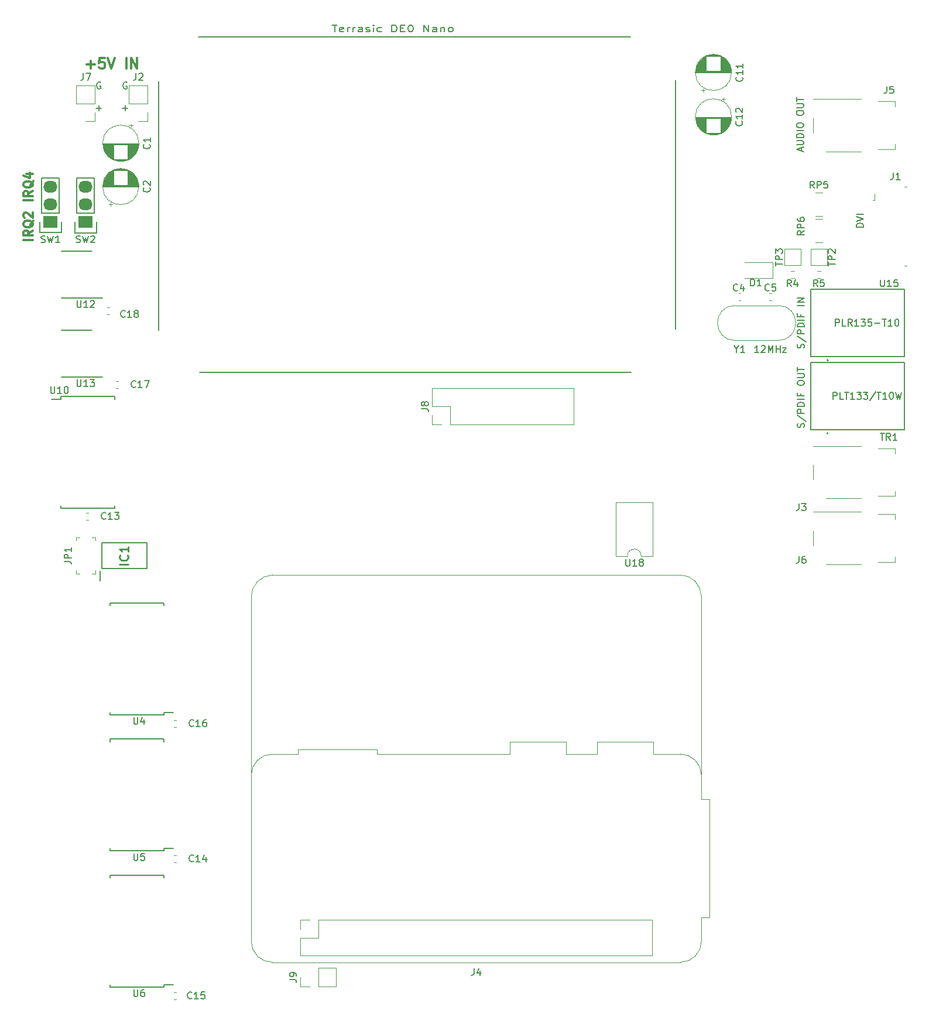
<source format=gto>
G04 #@! TF.GenerationSoftware,KiCad,Pcbnew,(6.0.5-0)*
G04 #@! TF.CreationDate,2022-09-19T20:24:44+09:00*
G04 #@! TF.ProjectId,kepler-x,6b65706c-6572-42d7-982e-6b696361645f,rev?*
G04 #@! TF.SameCoordinates,Original*
G04 #@! TF.FileFunction,Legend,Top*
G04 #@! TF.FilePolarity,Positive*
%FSLAX46Y46*%
G04 Gerber Fmt 4.6, Leading zero omitted, Abs format (unit mm)*
G04 Created by KiCad (PCBNEW (6.0.5-0)) date 2022-09-19 20:24:44*
%MOMM*%
%LPD*%
G01*
G04 APERTURE LIST*
%ADD10C,0.150000*%
%ADD11C,0.300000*%
%ADD12C,0.203200*%
%ADD13C,0.254000*%
%ADD14C,0.120000*%
%ADD15C,0.127000*%
%ADD16C,0.200000*%
%ADD17C,0.100000*%
%ADD18R,2.032000X1.727200*%
%ADD19O,2.032000X1.727200*%
G04 APERTURE END LIST*
D10*
X155979761Y-91280714D02*
X156027380Y-91137857D01*
X156027380Y-90899761D01*
X155979761Y-90804523D01*
X155932142Y-90756904D01*
X155836904Y-90709285D01*
X155741666Y-90709285D01*
X155646428Y-90756904D01*
X155598809Y-90804523D01*
X155551190Y-90899761D01*
X155503571Y-91090238D01*
X155455952Y-91185476D01*
X155408333Y-91233095D01*
X155313095Y-91280714D01*
X155217857Y-91280714D01*
X155122619Y-91233095D01*
X155075000Y-91185476D01*
X155027380Y-91090238D01*
X155027380Y-90852142D01*
X155075000Y-90709285D01*
X154979761Y-89566428D02*
X156265476Y-90423571D01*
X156027380Y-89233095D02*
X155027380Y-89233095D01*
X155027380Y-88852142D01*
X155075000Y-88756904D01*
X155122619Y-88709285D01*
X155217857Y-88661666D01*
X155360714Y-88661666D01*
X155455952Y-88709285D01*
X155503571Y-88756904D01*
X155551190Y-88852142D01*
X155551190Y-89233095D01*
X156027380Y-88233095D02*
X155027380Y-88233095D01*
X155027380Y-87995000D01*
X155075000Y-87852142D01*
X155170238Y-87756904D01*
X155265476Y-87709285D01*
X155455952Y-87661666D01*
X155598809Y-87661666D01*
X155789285Y-87709285D01*
X155884523Y-87756904D01*
X155979761Y-87852142D01*
X156027380Y-87995000D01*
X156027380Y-88233095D01*
X156027380Y-87233095D02*
X155027380Y-87233095D01*
X155503571Y-86423571D02*
X155503571Y-86756904D01*
X156027380Y-86756904D02*
X155027380Y-86756904D01*
X155027380Y-86280714D01*
X155027380Y-84947380D02*
X155027380Y-84756904D01*
X155075000Y-84661666D01*
X155170238Y-84566428D01*
X155360714Y-84518809D01*
X155694047Y-84518809D01*
X155884523Y-84566428D01*
X155979761Y-84661666D01*
X156027380Y-84756904D01*
X156027380Y-84947380D01*
X155979761Y-85042619D01*
X155884523Y-85137857D01*
X155694047Y-85185476D01*
X155360714Y-85185476D01*
X155170238Y-85137857D01*
X155075000Y-85042619D01*
X155027380Y-84947380D01*
X155027380Y-84090238D02*
X155836904Y-84090238D01*
X155932142Y-84042619D01*
X155979761Y-83995000D01*
X156027380Y-83899761D01*
X156027380Y-83709285D01*
X155979761Y-83614047D01*
X155932142Y-83566428D01*
X155836904Y-83518809D01*
X155027380Y-83518809D01*
X155027380Y-83185476D02*
X155027380Y-82614047D01*
X156027380Y-82899761D02*
X155027380Y-82899761D01*
D11*
X44403095Y-64180000D02*
X43103095Y-64180000D01*
X44403095Y-62818095D02*
X43784047Y-63251428D01*
X44403095Y-63560952D02*
X43103095Y-63560952D01*
X43103095Y-63065714D01*
X43165000Y-62941904D01*
X43226904Y-62880000D01*
X43350714Y-62818095D01*
X43536428Y-62818095D01*
X43660238Y-62880000D01*
X43722142Y-62941904D01*
X43784047Y-63065714D01*
X43784047Y-63560952D01*
X44526904Y-61394285D02*
X44465000Y-61518095D01*
X44341190Y-61641904D01*
X44155476Y-61827619D01*
X44093571Y-61951428D01*
X44093571Y-62075238D01*
X44403095Y-62013333D02*
X44341190Y-62137142D01*
X44217380Y-62260952D01*
X43969761Y-62322857D01*
X43536428Y-62322857D01*
X43288809Y-62260952D01*
X43165000Y-62137142D01*
X43103095Y-62013333D01*
X43103095Y-61765714D01*
X43165000Y-61641904D01*
X43288809Y-61518095D01*
X43536428Y-61456190D01*
X43969761Y-61456190D01*
X44217380Y-61518095D01*
X44341190Y-61641904D01*
X44403095Y-61765714D01*
X44403095Y-62013333D01*
X43226904Y-60960952D02*
X43165000Y-60899047D01*
X43103095Y-60775238D01*
X43103095Y-60465714D01*
X43165000Y-60341904D01*
X43226904Y-60280000D01*
X43350714Y-60218095D01*
X43474523Y-60218095D01*
X43660238Y-60280000D01*
X44403095Y-61022857D01*
X44403095Y-60218095D01*
D10*
X155979761Y-79819047D02*
X156027380Y-79676190D01*
X156027380Y-79438095D01*
X155979761Y-79342857D01*
X155932142Y-79295238D01*
X155836904Y-79247619D01*
X155741666Y-79247619D01*
X155646428Y-79295238D01*
X155598809Y-79342857D01*
X155551190Y-79438095D01*
X155503571Y-79628571D01*
X155455952Y-79723809D01*
X155408333Y-79771428D01*
X155313095Y-79819047D01*
X155217857Y-79819047D01*
X155122619Y-79771428D01*
X155075000Y-79723809D01*
X155027380Y-79628571D01*
X155027380Y-79390476D01*
X155075000Y-79247619D01*
X154979761Y-78104761D02*
X156265476Y-78961904D01*
X156027380Y-77771428D02*
X155027380Y-77771428D01*
X155027380Y-77390476D01*
X155075000Y-77295238D01*
X155122619Y-77247619D01*
X155217857Y-77200000D01*
X155360714Y-77200000D01*
X155455952Y-77247619D01*
X155503571Y-77295238D01*
X155551190Y-77390476D01*
X155551190Y-77771428D01*
X156027380Y-76771428D02*
X155027380Y-76771428D01*
X155027380Y-76533333D01*
X155075000Y-76390476D01*
X155170238Y-76295238D01*
X155265476Y-76247619D01*
X155455952Y-76200000D01*
X155598809Y-76200000D01*
X155789285Y-76247619D01*
X155884523Y-76295238D01*
X155979761Y-76390476D01*
X156027380Y-76533333D01*
X156027380Y-76771428D01*
X156027380Y-75771428D02*
X155027380Y-75771428D01*
X155503571Y-74961904D02*
X155503571Y-75295238D01*
X156027380Y-75295238D02*
X155027380Y-75295238D01*
X155027380Y-74819047D01*
X156027380Y-73676190D02*
X155027380Y-73676190D01*
X156027380Y-73200000D02*
X155027380Y-73200000D01*
X156027380Y-72628571D01*
X155027380Y-72628571D01*
X57404047Y-45156428D02*
X58165952Y-45156428D01*
X57785000Y-45537380D02*
X57785000Y-44775476D01*
X54236904Y-41410000D02*
X54141666Y-41362380D01*
X53998809Y-41362380D01*
X53855952Y-41410000D01*
X53760714Y-41505238D01*
X53713095Y-41600476D01*
X53665476Y-41790952D01*
X53665476Y-41933809D01*
X53713095Y-42124285D01*
X53760714Y-42219523D01*
X53855952Y-42314761D01*
X53998809Y-42362380D01*
X54094047Y-42362380D01*
X54236904Y-42314761D01*
X54284523Y-42267142D01*
X54284523Y-41933809D01*
X54094047Y-41933809D01*
X164552380Y-62328571D02*
X163552380Y-62328571D01*
X163552380Y-62090476D01*
X163600000Y-61947619D01*
X163695238Y-61852380D01*
X163790476Y-61804761D01*
X163980952Y-61757142D01*
X164123809Y-61757142D01*
X164314285Y-61804761D01*
X164409523Y-61852380D01*
X164504761Y-61947619D01*
X164552380Y-62090476D01*
X164552380Y-62328571D01*
X163552380Y-61471428D02*
X164552380Y-61138095D01*
X163552380Y-60804761D01*
X164552380Y-60471428D02*
X163552380Y-60471428D01*
D11*
X52237142Y-38842142D02*
X53380000Y-38842142D01*
X52808571Y-39413571D02*
X52808571Y-38270714D01*
X54808571Y-37913571D02*
X54094285Y-37913571D01*
X54022857Y-38627857D01*
X54094285Y-38556428D01*
X54237142Y-38485000D01*
X54594285Y-38485000D01*
X54737142Y-38556428D01*
X54808571Y-38627857D01*
X54880000Y-38770714D01*
X54880000Y-39127857D01*
X54808571Y-39270714D01*
X54737142Y-39342142D01*
X54594285Y-39413571D01*
X54237142Y-39413571D01*
X54094285Y-39342142D01*
X54022857Y-39270714D01*
X55308571Y-37913571D02*
X55808571Y-39413571D01*
X56308571Y-37913571D01*
X57951428Y-39413571D02*
X57951428Y-37913571D01*
X58665714Y-39413571D02*
X58665714Y-37913571D01*
X59522857Y-39413571D01*
X59522857Y-37913571D01*
X44403095Y-58465000D02*
X43103095Y-58465000D01*
X44403095Y-57103095D02*
X43784047Y-57536428D01*
X44403095Y-57845952D02*
X43103095Y-57845952D01*
X43103095Y-57350714D01*
X43165000Y-57226904D01*
X43226904Y-57165000D01*
X43350714Y-57103095D01*
X43536428Y-57103095D01*
X43660238Y-57165000D01*
X43722142Y-57226904D01*
X43784047Y-57350714D01*
X43784047Y-57845952D01*
X44526904Y-55679285D02*
X44465000Y-55803095D01*
X44341190Y-55926904D01*
X44155476Y-56112619D01*
X44093571Y-56236428D01*
X44093571Y-56360238D01*
X44403095Y-56298333D02*
X44341190Y-56422142D01*
X44217380Y-56545952D01*
X43969761Y-56607857D01*
X43536428Y-56607857D01*
X43288809Y-56545952D01*
X43165000Y-56422142D01*
X43103095Y-56298333D01*
X43103095Y-56050714D01*
X43165000Y-55926904D01*
X43288809Y-55803095D01*
X43536428Y-55741190D01*
X43969761Y-55741190D01*
X44217380Y-55803095D01*
X44341190Y-55926904D01*
X44403095Y-56050714D01*
X44403095Y-56298333D01*
X43536428Y-54626904D02*
X44403095Y-54626904D01*
X43041190Y-54936428D02*
X43969761Y-55245952D01*
X43969761Y-54441190D01*
D10*
X155614666Y-51331333D02*
X155614666Y-50855142D01*
X155900380Y-51426571D02*
X154900380Y-51093238D01*
X155900380Y-50759904D01*
X154900380Y-50426571D02*
X155709904Y-50426571D01*
X155805142Y-50378952D01*
X155852761Y-50331333D01*
X155900380Y-50236095D01*
X155900380Y-50045619D01*
X155852761Y-49950380D01*
X155805142Y-49902761D01*
X155709904Y-49855142D01*
X154900380Y-49855142D01*
X155900380Y-49378952D02*
X154900380Y-49378952D01*
X154900380Y-49140857D01*
X154948000Y-48998000D01*
X155043238Y-48902761D01*
X155138476Y-48855142D01*
X155328952Y-48807523D01*
X155471809Y-48807523D01*
X155662285Y-48855142D01*
X155757523Y-48902761D01*
X155852761Y-48998000D01*
X155900380Y-49140857D01*
X155900380Y-49378952D01*
X155900380Y-48378952D02*
X154900380Y-48378952D01*
X154900380Y-47712285D02*
X154900380Y-47521809D01*
X154948000Y-47426571D01*
X155043238Y-47331333D01*
X155233714Y-47283714D01*
X155567047Y-47283714D01*
X155757523Y-47331333D01*
X155852761Y-47426571D01*
X155900380Y-47521809D01*
X155900380Y-47712285D01*
X155852761Y-47807523D01*
X155757523Y-47902761D01*
X155567047Y-47950380D01*
X155233714Y-47950380D01*
X155043238Y-47902761D01*
X154948000Y-47807523D01*
X154900380Y-47712285D01*
X154900380Y-45902761D02*
X154900380Y-45712285D01*
X154948000Y-45617047D01*
X155043238Y-45521809D01*
X155233714Y-45474190D01*
X155567047Y-45474190D01*
X155757523Y-45521809D01*
X155852761Y-45617047D01*
X155900380Y-45712285D01*
X155900380Y-45902761D01*
X155852761Y-45998000D01*
X155757523Y-46093238D01*
X155567047Y-46140857D01*
X155233714Y-46140857D01*
X155043238Y-46093238D01*
X154948000Y-45998000D01*
X154900380Y-45902761D01*
X154900380Y-45045619D02*
X155709904Y-45045619D01*
X155805142Y-44998000D01*
X155852761Y-44950380D01*
X155900380Y-44855142D01*
X155900380Y-44664666D01*
X155852761Y-44569428D01*
X155805142Y-44521809D01*
X155709904Y-44474190D01*
X154900380Y-44474190D01*
X154900380Y-44140857D02*
X154900380Y-43569428D01*
X155900380Y-43855142D02*
X154900380Y-43855142D01*
X58046904Y-41410000D02*
X57951666Y-41362380D01*
X57808809Y-41362380D01*
X57665952Y-41410000D01*
X57570714Y-41505238D01*
X57523095Y-41600476D01*
X57475476Y-41790952D01*
X57475476Y-41933809D01*
X57523095Y-42124285D01*
X57570714Y-42219523D01*
X57665952Y-42314761D01*
X57808809Y-42362380D01*
X57904047Y-42362380D01*
X58046904Y-42314761D01*
X58094523Y-42267142D01*
X58094523Y-41933809D01*
X57904047Y-41933809D01*
X53594047Y-45156428D02*
X54355952Y-45156428D01*
X53975000Y-45537380D02*
X53975000Y-44775476D01*
D12*
X87720714Y-33107380D02*
X88446428Y-33107380D01*
X88083571Y-34107380D02*
X88083571Y-33107380D01*
X89353571Y-34059761D02*
X89232619Y-34107380D01*
X88990714Y-34107380D01*
X88869761Y-34059761D01*
X88809285Y-33964523D01*
X88809285Y-33583571D01*
X88869761Y-33488333D01*
X88990714Y-33440714D01*
X89232619Y-33440714D01*
X89353571Y-33488333D01*
X89414047Y-33583571D01*
X89414047Y-33678809D01*
X88809285Y-33774047D01*
X89958333Y-34107380D02*
X89958333Y-33440714D01*
X89958333Y-33631190D02*
X90018809Y-33535952D01*
X90079285Y-33488333D01*
X90200238Y-33440714D01*
X90321190Y-33440714D01*
X90744523Y-34107380D02*
X90744523Y-33440714D01*
X90744523Y-33631190D02*
X90805000Y-33535952D01*
X90865476Y-33488333D01*
X90986428Y-33440714D01*
X91107380Y-33440714D01*
X92075000Y-34107380D02*
X92075000Y-33583571D01*
X92014523Y-33488333D01*
X91893571Y-33440714D01*
X91651666Y-33440714D01*
X91530714Y-33488333D01*
X92075000Y-34059761D02*
X91954047Y-34107380D01*
X91651666Y-34107380D01*
X91530714Y-34059761D01*
X91470238Y-33964523D01*
X91470238Y-33869285D01*
X91530714Y-33774047D01*
X91651666Y-33726428D01*
X91954047Y-33726428D01*
X92075000Y-33678809D01*
X92619285Y-34059761D02*
X92740238Y-34107380D01*
X92982142Y-34107380D01*
X93103095Y-34059761D01*
X93163571Y-33964523D01*
X93163571Y-33916904D01*
X93103095Y-33821666D01*
X92982142Y-33774047D01*
X92800714Y-33774047D01*
X92679761Y-33726428D01*
X92619285Y-33631190D01*
X92619285Y-33583571D01*
X92679761Y-33488333D01*
X92800714Y-33440714D01*
X92982142Y-33440714D01*
X93103095Y-33488333D01*
X93707857Y-34107380D02*
X93707857Y-33440714D01*
X93707857Y-33107380D02*
X93647380Y-33155000D01*
X93707857Y-33202619D01*
X93768333Y-33155000D01*
X93707857Y-33107380D01*
X93707857Y-33202619D01*
X94856904Y-34059761D02*
X94735952Y-34107380D01*
X94494047Y-34107380D01*
X94373095Y-34059761D01*
X94312619Y-34012142D01*
X94252142Y-33916904D01*
X94252142Y-33631190D01*
X94312619Y-33535952D01*
X94373095Y-33488333D01*
X94494047Y-33440714D01*
X94735952Y-33440714D01*
X94856904Y-33488333D01*
X96368809Y-34107380D02*
X96368809Y-33107380D01*
X96671190Y-33107380D01*
X96852619Y-33155000D01*
X96973571Y-33250238D01*
X97034047Y-33345476D01*
X97094523Y-33535952D01*
X97094523Y-33678809D01*
X97034047Y-33869285D01*
X96973571Y-33964523D01*
X96852619Y-34059761D01*
X96671190Y-34107380D01*
X96368809Y-34107380D01*
X97638809Y-33583571D02*
X98062142Y-33583571D01*
X98243571Y-34107380D02*
X97638809Y-34107380D01*
X97638809Y-33107380D01*
X98243571Y-33107380D01*
X99029761Y-33107380D02*
X99150714Y-33107380D01*
X99271666Y-33155000D01*
X99332142Y-33202619D01*
X99392619Y-33297857D01*
X99453095Y-33488333D01*
X99453095Y-33726428D01*
X99392619Y-33916904D01*
X99332142Y-34012142D01*
X99271666Y-34059761D01*
X99150714Y-34107380D01*
X99029761Y-34107380D01*
X98908809Y-34059761D01*
X98848333Y-34012142D01*
X98787857Y-33916904D01*
X98727380Y-33726428D01*
X98727380Y-33488333D01*
X98787857Y-33297857D01*
X98848333Y-33202619D01*
X98908809Y-33155000D01*
X99029761Y-33107380D01*
X100965000Y-34107380D02*
X100965000Y-33107380D01*
X101690714Y-34107380D01*
X101690714Y-33107380D01*
X102839761Y-34107380D02*
X102839761Y-33583571D01*
X102779285Y-33488333D01*
X102658333Y-33440714D01*
X102416428Y-33440714D01*
X102295476Y-33488333D01*
X102839761Y-34059761D02*
X102718809Y-34107380D01*
X102416428Y-34107380D01*
X102295476Y-34059761D01*
X102235000Y-33964523D01*
X102235000Y-33869285D01*
X102295476Y-33774047D01*
X102416428Y-33726428D01*
X102718809Y-33726428D01*
X102839761Y-33678809D01*
X103444523Y-33440714D02*
X103444523Y-34107380D01*
X103444523Y-33535952D02*
X103505000Y-33488333D01*
X103625952Y-33440714D01*
X103807380Y-33440714D01*
X103928333Y-33488333D01*
X103988809Y-33583571D01*
X103988809Y-34107380D01*
X104775000Y-34107380D02*
X104654047Y-34059761D01*
X104593571Y-34012142D01*
X104533095Y-33916904D01*
X104533095Y-33631190D01*
X104593571Y-33535952D01*
X104654047Y-33488333D01*
X104775000Y-33440714D01*
X104956428Y-33440714D01*
X105077380Y-33488333D01*
X105137857Y-33535952D01*
X105198333Y-33631190D01*
X105198333Y-33916904D01*
X105137857Y-34012142D01*
X105077380Y-34059761D01*
X104956428Y-34107380D01*
X104775000Y-34107380D01*
D10*
X146208809Y-79986190D02*
X146208809Y-80462380D01*
X145875476Y-79462380D02*
X146208809Y-79986190D01*
X146542142Y-79462380D01*
X147399285Y-80462380D02*
X146827857Y-80462380D01*
X147113571Y-80462380D02*
X147113571Y-79462380D01*
X147018333Y-79605238D01*
X146923095Y-79700476D01*
X146827857Y-79748095D01*
X149439523Y-80462380D02*
X148868095Y-80462380D01*
X149153809Y-80462380D02*
X149153809Y-79462380D01*
X149058571Y-79605238D01*
X148963333Y-79700476D01*
X148868095Y-79748095D01*
X149820476Y-79557619D02*
X149868095Y-79510000D01*
X149963333Y-79462380D01*
X150201428Y-79462380D01*
X150296666Y-79510000D01*
X150344285Y-79557619D01*
X150391904Y-79652857D01*
X150391904Y-79748095D01*
X150344285Y-79890952D01*
X149772857Y-80462380D01*
X150391904Y-80462380D01*
X150820476Y-80462380D02*
X150820476Y-79462380D01*
X151153809Y-80176666D01*
X151487142Y-79462380D01*
X151487142Y-80462380D01*
X151963333Y-80462380D02*
X151963333Y-79462380D01*
X151963333Y-79938571D02*
X152534761Y-79938571D01*
X152534761Y-80462380D02*
X152534761Y-79462380D01*
X152915714Y-79795714D02*
X153439523Y-79795714D01*
X152915714Y-80462380D01*
X153439523Y-80462380D01*
X67429142Y-173839142D02*
X67381523Y-173886761D01*
X67238666Y-173934380D01*
X67143428Y-173934380D01*
X67000571Y-173886761D01*
X66905333Y-173791523D01*
X66857714Y-173696285D01*
X66810095Y-173505809D01*
X66810095Y-173362952D01*
X66857714Y-173172476D01*
X66905333Y-173077238D01*
X67000571Y-172982000D01*
X67143428Y-172934380D01*
X67238666Y-172934380D01*
X67381523Y-172982000D01*
X67429142Y-173029619D01*
X68381523Y-173934380D02*
X67810095Y-173934380D01*
X68095809Y-173934380D02*
X68095809Y-172934380D01*
X68000571Y-173077238D01*
X67905333Y-173172476D01*
X67810095Y-173220095D01*
X69286285Y-172934380D02*
X68810095Y-172934380D01*
X68762476Y-173410571D01*
X68810095Y-173362952D01*
X68905333Y-173315333D01*
X69143428Y-173315333D01*
X69238666Y-173362952D01*
X69286285Y-173410571D01*
X69333904Y-173505809D01*
X69333904Y-173743904D01*
X69286285Y-173839142D01*
X69238666Y-173886761D01*
X69143428Y-173934380D01*
X68905333Y-173934380D01*
X68810095Y-173886761D01*
X68762476Y-173839142D01*
X148269404Y-70852380D02*
X148269404Y-69852380D01*
X148507500Y-69852380D01*
X148650357Y-69900000D01*
X148745595Y-69995238D01*
X148793214Y-70090476D01*
X148840833Y-70280952D01*
X148840833Y-70423809D01*
X148793214Y-70614285D01*
X148745595Y-70709523D01*
X148650357Y-70804761D01*
X148507500Y-70852380D01*
X148269404Y-70852380D01*
X149793214Y-70852380D02*
X149221785Y-70852380D01*
X149507500Y-70852380D02*
X149507500Y-69852380D01*
X149412261Y-69995238D01*
X149317023Y-70090476D01*
X149221785Y-70138095D01*
X47021904Y-85384880D02*
X47021904Y-86194404D01*
X47069523Y-86289642D01*
X47117142Y-86337261D01*
X47212380Y-86384880D01*
X47402857Y-86384880D01*
X47498095Y-86337261D01*
X47545714Y-86289642D01*
X47593333Y-86194404D01*
X47593333Y-85384880D01*
X48593333Y-86384880D02*
X48021904Y-86384880D01*
X48307619Y-86384880D02*
X48307619Y-85384880D01*
X48212380Y-85527738D01*
X48117142Y-85622976D01*
X48021904Y-85670595D01*
X49212380Y-85384880D02*
X49307619Y-85384880D01*
X49402857Y-85432500D01*
X49450476Y-85480119D01*
X49498095Y-85575357D01*
X49545714Y-85765833D01*
X49545714Y-86003928D01*
X49498095Y-86194404D01*
X49450476Y-86289642D01*
X49402857Y-86337261D01*
X49307619Y-86384880D01*
X49212380Y-86384880D01*
X49117142Y-86337261D01*
X49069523Y-86289642D01*
X49021904Y-86194404D01*
X48974285Y-86003928D01*
X48974285Y-85765833D01*
X49021904Y-85575357D01*
X49069523Y-85480119D01*
X49117142Y-85432500D01*
X49212380Y-85384880D01*
X167036904Y-69937380D02*
X167036904Y-70746904D01*
X167084523Y-70842142D01*
X167132142Y-70889761D01*
X167227380Y-70937380D01*
X167417857Y-70937380D01*
X167513095Y-70889761D01*
X167560714Y-70842142D01*
X167608333Y-70746904D01*
X167608333Y-69937380D01*
X168608333Y-70937380D02*
X168036904Y-70937380D01*
X168322619Y-70937380D02*
X168322619Y-69937380D01*
X168227380Y-70080238D01*
X168132142Y-70175476D01*
X168036904Y-70223095D01*
X169513095Y-69937380D02*
X169036904Y-69937380D01*
X168989285Y-70413571D01*
X169036904Y-70365952D01*
X169132142Y-70318333D01*
X169370238Y-70318333D01*
X169465476Y-70365952D01*
X169513095Y-70413571D01*
X169560714Y-70508809D01*
X169560714Y-70746904D01*
X169513095Y-70842142D01*
X169465476Y-70889761D01*
X169370238Y-70937380D01*
X169132142Y-70937380D01*
X169036904Y-70889761D01*
X168989285Y-70842142D01*
X160552380Y-76652380D02*
X160552380Y-75652380D01*
X160933333Y-75652380D01*
X161028571Y-75700000D01*
X161076190Y-75747619D01*
X161123809Y-75842857D01*
X161123809Y-75985714D01*
X161076190Y-76080952D01*
X161028571Y-76128571D01*
X160933333Y-76176190D01*
X160552380Y-76176190D01*
X162028571Y-76652380D02*
X161552380Y-76652380D01*
X161552380Y-75652380D01*
X162933333Y-76652380D02*
X162600000Y-76176190D01*
X162361904Y-76652380D02*
X162361904Y-75652380D01*
X162742857Y-75652380D01*
X162838095Y-75700000D01*
X162885714Y-75747619D01*
X162933333Y-75842857D01*
X162933333Y-75985714D01*
X162885714Y-76080952D01*
X162838095Y-76128571D01*
X162742857Y-76176190D01*
X162361904Y-76176190D01*
X163885714Y-76652380D02*
X163314285Y-76652380D01*
X163600000Y-76652380D02*
X163600000Y-75652380D01*
X163504761Y-75795238D01*
X163409523Y-75890476D01*
X163314285Y-75938095D01*
X164219047Y-75652380D02*
X164838095Y-75652380D01*
X164504761Y-76033333D01*
X164647619Y-76033333D01*
X164742857Y-76080952D01*
X164790476Y-76128571D01*
X164838095Y-76223809D01*
X164838095Y-76461904D01*
X164790476Y-76557142D01*
X164742857Y-76604761D01*
X164647619Y-76652380D01*
X164361904Y-76652380D01*
X164266666Y-76604761D01*
X164219047Y-76557142D01*
X165742857Y-75652380D02*
X165266666Y-75652380D01*
X165219047Y-76128571D01*
X165266666Y-76080952D01*
X165361904Y-76033333D01*
X165600000Y-76033333D01*
X165695238Y-76080952D01*
X165742857Y-76128571D01*
X165790476Y-76223809D01*
X165790476Y-76461904D01*
X165742857Y-76557142D01*
X165695238Y-76604761D01*
X165600000Y-76652380D01*
X165361904Y-76652380D01*
X165266666Y-76604761D01*
X165219047Y-76557142D01*
X166219047Y-76271428D02*
X166980952Y-76271428D01*
X167314285Y-75652380D02*
X167885714Y-75652380D01*
X167600000Y-76652380D02*
X167600000Y-75652380D01*
X168742857Y-76652380D02*
X168171428Y-76652380D01*
X168457142Y-76652380D02*
X168457142Y-75652380D01*
X168361904Y-75795238D01*
X168266666Y-75890476D01*
X168171428Y-75938095D01*
X169361904Y-75652380D02*
X169457142Y-75652380D01*
X169552380Y-75700000D01*
X169600000Y-75747619D01*
X169647619Y-75842857D01*
X169695238Y-76033333D01*
X169695238Y-76271428D01*
X169647619Y-76461904D01*
X169600000Y-76557142D01*
X169552380Y-76604761D01*
X169457142Y-76652380D01*
X169361904Y-76652380D01*
X169266666Y-76604761D01*
X169219047Y-76557142D01*
X169171428Y-76461904D01*
X169123809Y-76271428D01*
X169123809Y-76033333D01*
X169171428Y-75842857D01*
X169219047Y-75747619D01*
X169266666Y-75700000D01*
X169361904Y-75652380D01*
X157948333Y-70937380D02*
X157615000Y-70461190D01*
X157376904Y-70937380D02*
X157376904Y-69937380D01*
X157757857Y-69937380D01*
X157853095Y-69985000D01*
X157900714Y-70032619D01*
X157948333Y-70127857D01*
X157948333Y-70270714D01*
X157900714Y-70365952D01*
X157853095Y-70413571D01*
X157757857Y-70461190D01*
X157376904Y-70461190D01*
X158853095Y-69937380D02*
X158376904Y-69937380D01*
X158329285Y-70413571D01*
X158376904Y-70365952D01*
X158472142Y-70318333D01*
X158710238Y-70318333D01*
X158805476Y-70365952D01*
X158853095Y-70413571D01*
X158900714Y-70508809D01*
X158900714Y-70746904D01*
X158853095Y-70842142D01*
X158805476Y-70889761D01*
X158710238Y-70937380D01*
X158472142Y-70937380D01*
X158376904Y-70889761D01*
X158329285Y-70842142D01*
X150963333Y-71477142D02*
X150915714Y-71524761D01*
X150772857Y-71572380D01*
X150677619Y-71572380D01*
X150534761Y-71524761D01*
X150439523Y-71429523D01*
X150391904Y-71334285D01*
X150344285Y-71143809D01*
X150344285Y-71000952D01*
X150391904Y-70810476D01*
X150439523Y-70715238D01*
X150534761Y-70620000D01*
X150677619Y-70572380D01*
X150772857Y-70572380D01*
X150915714Y-70620000D01*
X150963333Y-70667619D01*
X151868095Y-70572380D02*
X151391904Y-70572380D01*
X151344285Y-71048571D01*
X151391904Y-71000952D01*
X151487142Y-70953333D01*
X151725238Y-70953333D01*
X151820476Y-71000952D01*
X151868095Y-71048571D01*
X151915714Y-71143809D01*
X151915714Y-71381904D01*
X151868095Y-71477142D01*
X151820476Y-71524761D01*
X151725238Y-71572380D01*
X151487142Y-71572380D01*
X151391904Y-71524761D01*
X151344285Y-71477142D01*
X167013095Y-92162380D02*
X167584523Y-92162380D01*
X167298809Y-93162380D02*
X167298809Y-92162380D01*
X168489285Y-93162380D02*
X168155952Y-92686190D01*
X167917857Y-93162380D02*
X167917857Y-92162380D01*
X168298809Y-92162380D01*
X168394047Y-92210000D01*
X168441666Y-92257619D01*
X168489285Y-92352857D01*
X168489285Y-92495714D01*
X168441666Y-92590952D01*
X168394047Y-92638571D01*
X168298809Y-92686190D01*
X167917857Y-92686190D01*
X169441666Y-93162380D02*
X168870238Y-93162380D01*
X169155952Y-93162380D02*
X169155952Y-92162380D01*
X169060714Y-92305238D01*
X168965476Y-92400476D01*
X168870238Y-92448095D01*
X160195238Y-87209890D02*
X160195238Y-86209890D01*
X160576190Y-86209890D01*
X160671428Y-86257510D01*
X160719047Y-86305129D01*
X160766666Y-86400367D01*
X160766666Y-86543224D01*
X160719047Y-86638462D01*
X160671428Y-86686081D01*
X160576190Y-86733700D01*
X160195238Y-86733700D01*
X161671428Y-87209890D02*
X161195238Y-87209890D01*
X161195238Y-86209890D01*
X161861904Y-86209890D02*
X162433333Y-86209890D01*
X162147619Y-87209890D02*
X162147619Y-86209890D01*
X163290476Y-87209890D02*
X162719047Y-87209890D01*
X163004761Y-87209890D02*
X163004761Y-86209890D01*
X162909523Y-86352748D01*
X162814285Y-86447986D01*
X162719047Y-86495605D01*
X163623809Y-86209890D02*
X164242857Y-86209890D01*
X163909523Y-86590843D01*
X164052380Y-86590843D01*
X164147619Y-86638462D01*
X164195238Y-86686081D01*
X164242857Y-86781319D01*
X164242857Y-87019414D01*
X164195238Y-87114652D01*
X164147619Y-87162271D01*
X164052380Y-87209890D01*
X163766666Y-87209890D01*
X163671428Y-87162271D01*
X163623809Y-87114652D01*
X164576190Y-86209890D02*
X165195238Y-86209890D01*
X164861904Y-86590843D01*
X165004761Y-86590843D01*
X165100000Y-86638462D01*
X165147619Y-86686081D01*
X165195238Y-86781319D01*
X165195238Y-87019414D01*
X165147619Y-87114652D01*
X165100000Y-87162271D01*
X165004761Y-87209890D01*
X164719047Y-87209890D01*
X164623809Y-87162271D01*
X164576190Y-87114652D01*
X166338095Y-86162271D02*
X165480952Y-87447986D01*
X166528571Y-86209890D02*
X167100000Y-86209890D01*
X166814285Y-87209890D02*
X166814285Y-86209890D01*
X167957142Y-87209890D02*
X167385714Y-87209890D01*
X167671428Y-87209890D02*
X167671428Y-86209890D01*
X167576190Y-86352748D01*
X167480952Y-86447986D01*
X167385714Y-86495605D01*
X168576190Y-86209890D02*
X168671428Y-86209890D01*
X168766666Y-86257510D01*
X168814285Y-86305129D01*
X168861904Y-86400367D01*
X168909523Y-86590843D01*
X168909523Y-86828938D01*
X168861904Y-87019414D01*
X168814285Y-87114652D01*
X168766666Y-87162271D01*
X168671428Y-87209890D01*
X168576190Y-87209890D01*
X168480952Y-87162271D01*
X168433333Y-87114652D01*
X168385714Y-87019414D01*
X168338095Y-86828938D01*
X168338095Y-86590843D01*
X168385714Y-86400367D01*
X168433333Y-86305129D01*
X168480952Y-86257510D01*
X168576190Y-86209890D01*
X169242857Y-86209890D02*
X169480952Y-87209890D01*
X169671428Y-86495605D01*
X169861904Y-87209890D01*
X170100000Y-86209890D01*
X100642380Y-88603333D02*
X101356666Y-88603333D01*
X101499523Y-88650952D01*
X101594761Y-88746190D01*
X101642380Y-88889047D01*
X101642380Y-88984285D01*
X101070952Y-87984285D02*
X101023333Y-88079523D01*
X100975714Y-88127142D01*
X100880476Y-88174761D01*
X100832857Y-88174761D01*
X100737619Y-88127142D01*
X100690000Y-88079523D01*
X100642380Y-87984285D01*
X100642380Y-87793809D01*
X100690000Y-87698571D01*
X100737619Y-87650952D01*
X100832857Y-87603333D01*
X100880476Y-87603333D01*
X100975714Y-87650952D01*
X101023333Y-87698571D01*
X101070952Y-87793809D01*
X101070952Y-87984285D01*
X101118571Y-88079523D01*
X101166190Y-88127142D01*
X101261428Y-88174761D01*
X101451904Y-88174761D01*
X101547142Y-88127142D01*
X101594761Y-88079523D01*
X101642380Y-87984285D01*
X101642380Y-87793809D01*
X101594761Y-87698571D01*
X101547142Y-87650952D01*
X101451904Y-87603333D01*
X101261428Y-87603333D01*
X101166190Y-87650952D01*
X101118571Y-87698571D01*
X101070952Y-87793809D01*
X50831904Y-84397371D02*
X50831904Y-85206895D01*
X50879523Y-85302133D01*
X50927142Y-85349752D01*
X51022380Y-85397371D01*
X51212857Y-85397371D01*
X51308095Y-85349752D01*
X51355714Y-85302133D01*
X51403333Y-85206895D01*
X51403333Y-84397371D01*
X52403333Y-85397371D02*
X51831904Y-85397371D01*
X52117619Y-85397371D02*
X52117619Y-84397371D01*
X52022380Y-84540229D01*
X51927142Y-84635467D01*
X51831904Y-84683086D01*
X52736666Y-84397371D02*
X53355714Y-84397371D01*
X53022380Y-84778324D01*
X53165238Y-84778324D01*
X53260476Y-84825943D01*
X53308095Y-84873562D01*
X53355714Y-84968800D01*
X53355714Y-85206895D01*
X53308095Y-85302133D01*
X53260476Y-85349752D01*
X53165238Y-85397371D01*
X52879523Y-85397371D01*
X52784285Y-85349752D01*
X52736666Y-85302133D01*
X59053095Y-152914880D02*
X59053095Y-153724404D01*
X59100714Y-153819642D01*
X59148333Y-153867261D01*
X59243571Y-153914880D01*
X59434047Y-153914880D01*
X59529285Y-153867261D01*
X59576904Y-153819642D01*
X59624523Y-153724404D01*
X59624523Y-152914880D01*
X60576904Y-152914880D02*
X60100714Y-152914880D01*
X60053095Y-153391071D01*
X60100714Y-153343452D01*
X60195952Y-153295833D01*
X60434047Y-153295833D01*
X60529285Y-153343452D01*
X60576904Y-153391071D01*
X60624523Y-153486309D01*
X60624523Y-153724404D01*
X60576904Y-153819642D01*
X60529285Y-153867261D01*
X60434047Y-153914880D01*
X60195952Y-153914880D01*
X60100714Y-153867261D01*
X60053095Y-153819642D01*
X45656666Y-64539761D02*
X45799523Y-64587380D01*
X46037619Y-64587380D01*
X46132857Y-64539761D01*
X46180476Y-64492142D01*
X46228095Y-64396904D01*
X46228095Y-64301666D01*
X46180476Y-64206428D01*
X46132857Y-64158809D01*
X46037619Y-64111190D01*
X45847142Y-64063571D01*
X45751904Y-64015952D01*
X45704285Y-63968333D01*
X45656666Y-63873095D01*
X45656666Y-63777857D01*
X45704285Y-63682619D01*
X45751904Y-63635000D01*
X45847142Y-63587380D01*
X46085238Y-63587380D01*
X46228095Y-63635000D01*
X46561428Y-63587380D02*
X46799523Y-64587380D01*
X46990000Y-63873095D01*
X47180476Y-64587380D01*
X47418571Y-63587380D01*
X48323333Y-64587380D02*
X47751904Y-64587380D01*
X48037619Y-64587380D02*
X48037619Y-63587380D01*
X47942380Y-63730238D01*
X47847142Y-63825476D01*
X47751904Y-63873095D01*
X157448333Y-56707380D02*
X157115000Y-56231190D01*
X156876904Y-56707380D02*
X156876904Y-55707380D01*
X157257857Y-55707380D01*
X157353095Y-55755000D01*
X157400714Y-55802619D01*
X157448333Y-55897857D01*
X157448333Y-56040714D01*
X157400714Y-56135952D01*
X157353095Y-56183571D01*
X157257857Y-56231190D01*
X156876904Y-56231190D01*
X157876904Y-56707380D02*
X157876904Y-55707380D01*
X158257857Y-55707380D01*
X158353095Y-55755000D01*
X158400714Y-55802619D01*
X158448333Y-55897857D01*
X158448333Y-56040714D01*
X158400714Y-56135952D01*
X158353095Y-56183571D01*
X158257857Y-56231190D01*
X157876904Y-56231190D01*
X159353095Y-55707380D02*
X158876904Y-55707380D01*
X158829285Y-56183571D01*
X158876904Y-56135952D01*
X158972142Y-56088333D01*
X159210238Y-56088333D01*
X159305476Y-56135952D01*
X159353095Y-56183571D01*
X159400714Y-56278809D01*
X159400714Y-56516904D01*
X159353095Y-56612142D01*
X159305476Y-56659761D01*
X159210238Y-56707380D01*
X158972142Y-56707380D01*
X158876904Y-56659761D01*
X158829285Y-56612142D01*
X130196904Y-110352380D02*
X130196904Y-111161904D01*
X130244523Y-111257142D01*
X130292142Y-111304761D01*
X130387380Y-111352380D01*
X130577857Y-111352380D01*
X130673095Y-111304761D01*
X130720714Y-111257142D01*
X130768333Y-111161904D01*
X130768333Y-110352380D01*
X131768333Y-111352380D02*
X131196904Y-111352380D01*
X131482619Y-111352380D02*
X131482619Y-110352380D01*
X131387380Y-110495238D01*
X131292142Y-110590476D01*
X131196904Y-110638095D01*
X132339761Y-110780952D02*
X132244523Y-110733333D01*
X132196904Y-110685714D01*
X132149285Y-110590476D01*
X132149285Y-110542857D01*
X132196904Y-110447619D01*
X132244523Y-110400000D01*
X132339761Y-110352380D01*
X132530238Y-110352380D01*
X132625476Y-110400000D01*
X132673095Y-110447619D01*
X132720714Y-110542857D01*
X132720714Y-110590476D01*
X132673095Y-110685714D01*
X132625476Y-110733333D01*
X132530238Y-110780952D01*
X132339761Y-110780952D01*
X132244523Y-110828571D01*
X132196904Y-110876190D01*
X132149285Y-110971428D01*
X132149285Y-111161904D01*
X132196904Y-111257142D01*
X132244523Y-111304761D01*
X132339761Y-111352380D01*
X132530238Y-111352380D01*
X132625476Y-111304761D01*
X132673095Y-111257142D01*
X132720714Y-111161904D01*
X132720714Y-110971428D01*
X132673095Y-110876190D01*
X132625476Y-110828571D01*
X132530238Y-110780952D01*
X54983142Y-104497142D02*
X54935523Y-104544761D01*
X54792666Y-104592380D01*
X54697428Y-104592380D01*
X54554571Y-104544761D01*
X54459333Y-104449523D01*
X54411714Y-104354285D01*
X54364095Y-104163809D01*
X54364095Y-104020952D01*
X54411714Y-103830476D01*
X54459333Y-103735238D01*
X54554571Y-103640000D01*
X54697428Y-103592380D01*
X54792666Y-103592380D01*
X54935523Y-103640000D01*
X54983142Y-103687619D01*
X55935523Y-104592380D02*
X55364095Y-104592380D01*
X55649809Y-104592380D02*
X55649809Y-103592380D01*
X55554571Y-103735238D01*
X55459333Y-103830476D01*
X55364095Y-103878095D01*
X56268857Y-103592380D02*
X56887904Y-103592380D01*
X56554571Y-103973333D01*
X56697428Y-103973333D01*
X56792666Y-104020952D01*
X56840285Y-104068571D01*
X56887904Y-104163809D01*
X56887904Y-104401904D01*
X56840285Y-104497142D01*
X56792666Y-104544761D01*
X56697428Y-104592380D01*
X56411714Y-104592380D01*
X56316476Y-104544761D01*
X56268857Y-104497142D01*
X57777142Y-75287142D02*
X57729523Y-75334761D01*
X57586666Y-75382380D01*
X57491428Y-75382380D01*
X57348571Y-75334761D01*
X57253333Y-75239523D01*
X57205714Y-75144285D01*
X57158095Y-74953809D01*
X57158095Y-74810952D01*
X57205714Y-74620476D01*
X57253333Y-74525238D01*
X57348571Y-74430000D01*
X57491428Y-74382380D01*
X57586666Y-74382380D01*
X57729523Y-74430000D01*
X57777142Y-74477619D01*
X58729523Y-75382380D02*
X58158095Y-75382380D01*
X58443809Y-75382380D02*
X58443809Y-74382380D01*
X58348571Y-74525238D01*
X58253333Y-74620476D01*
X58158095Y-74668095D01*
X59300952Y-74810952D02*
X59205714Y-74763333D01*
X59158095Y-74715714D01*
X59110476Y-74620476D01*
X59110476Y-74572857D01*
X59158095Y-74477619D01*
X59205714Y-74430000D01*
X59300952Y-74382380D01*
X59491428Y-74382380D01*
X59586666Y-74430000D01*
X59634285Y-74477619D01*
X59681904Y-74572857D01*
X59681904Y-74620476D01*
X59634285Y-74715714D01*
X59586666Y-74763333D01*
X59491428Y-74810952D01*
X59300952Y-74810952D01*
X59205714Y-74858571D01*
X59158095Y-74906190D01*
X59110476Y-75001428D01*
X59110476Y-75191904D01*
X59158095Y-75287142D01*
X59205714Y-75334761D01*
X59300952Y-75382380D01*
X59491428Y-75382380D01*
X59586666Y-75334761D01*
X59634285Y-75287142D01*
X59681904Y-75191904D01*
X59681904Y-75001428D01*
X59634285Y-74906190D01*
X59586666Y-74858571D01*
X59491428Y-74810952D01*
X50736666Y-64539761D02*
X50879523Y-64587380D01*
X51117619Y-64587380D01*
X51212857Y-64539761D01*
X51260476Y-64492142D01*
X51308095Y-64396904D01*
X51308095Y-64301666D01*
X51260476Y-64206428D01*
X51212857Y-64158809D01*
X51117619Y-64111190D01*
X50927142Y-64063571D01*
X50831904Y-64015952D01*
X50784285Y-63968333D01*
X50736666Y-63873095D01*
X50736666Y-63777857D01*
X50784285Y-63682619D01*
X50831904Y-63635000D01*
X50927142Y-63587380D01*
X51165238Y-63587380D01*
X51308095Y-63635000D01*
X51641428Y-63587380D02*
X51879523Y-64587380D01*
X52070000Y-63873095D01*
X52260476Y-64587380D01*
X52498571Y-63587380D01*
X52831904Y-63682619D02*
X52879523Y-63635000D01*
X52974761Y-63587380D01*
X53212857Y-63587380D01*
X53308095Y-63635000D01*
X53355714Y-63682619D01*
X53403333Y-63777857D01*
X53403333Y-63873095D01*
X53355714Y-64015952D01*
X52784285Y-64587380D01*
X53403333Y-64587380D01*
X81572380Y-171148333D02*
X82286666Y-171148333D01*
X82429523Y-171195952D01*
X82524761Y-171291190D01*
X82572380Y-171434047D01*
X82572380Y-171529285D01*
X82572380Y-170624523D02*
X82572380Y-170434047D01*
X82524761Y-170338809D01*
X82477142Y-170291190D01*
X82334285Y-170195952D01*
X82143809Y-170148333D01*
X81762857Y-170148333D01*
X81667619Y-170195952D01*
X81620000Y-170243571D01*
X81572380Y-170338809D01*
X81572380Y-170529285D01*
X81620000Y-170624523D01*
X81667619Y-170672142D01*
X81762857Y-170719761D01*
X82000952Y-170719761D01*
X82096190Y-170672142D01*
X82143809Y-170624523D01*
X82191428Y-170529285D01*
X82191428Y-170338809D01*
X82143809Y-170243571D01*
X82096190Y-170195952D01*
X82000952Y-170148333D01*
X154138333Y-70937380D02*
X153805000Y-70461190D01*
X153566904Y-70937380D02*
X153566904Y-69937380D01*
X153947857Y-69937380D01*
X154043095Y-69985000D01*
X154090714Y-70032619D01*
X154138333Y-70127857D01*
X154138333Y-70270714D01*
X154090714Y-70365952D01*
X154043095Y-70413571D01*
X153947857Y-70461190D01*
X153566904Y-70461190D01*
X154995476Y-70270714D02*
X154995476Y-70937380D01*
X154757380Y-69889761D02*
X154519285Y-70604047D01*
X155138333Y-70604047D01*
X159472380Y-67936904D02*
X159472380Y-67365476D01*
X160472380Y-67651190D02*
X159472380Y-67651190D01*
X160472380Y-67032142D02*
X159472380Y-67032142D01*
X159472380Y-66651190D01*
X159520000Y-66555952D01*
X159567619Y-66508333D01*
X159662857Y-66460714D01*
X159805714Y-66460714D01*
X159900952Y-66508333D01*
X159948571Y-66555952D01*
X159996190Y-66651190D01*
X159996190Y-67032142D01*
X159567619Y-66079761D02*
X159520000Y-66032142D01*
X159472380Y-65936904D01*
X159472380Y-65698809D01*
X159520000Y-65603571D01*
X159567619Y-65555952D01*
X159662857Y-65508333D01*
X159758095Y-65508333D01*
X159900952Y-65555952D01*
X160472380Y-66127380D01*
X160472380Y-65508333D01*
X50831904Y-72967371D02*
X50831904Y-73776895D01*
X50879523Y-73872133D01*
X50927142Y-73919752D01*
X51022380Y-73967371D01*
X51212857Y-73967371D01*
X51308095Y-73919752D01*
X51355714Y-73872133D01*
X51403333Y-73776895D01*
X51403333Y-72967371D01*
X52403333Y-73967371D02*
X51831904Y-73967371D01*
X52117619Y-73967371D02*
X52117619Y-72967371D01*
X52022380Y-73110229D01*
X51927142Y-73205467D01*
X51831904Y-73253086D01*
X52784285Y-73062610D02*
X52831904Y-73014991D01*
X52927142Y-72967371D01*
X53165238Y-72967371D01*
X53260476Y-73014991D01*
X53308095Y-73062610D01*
X53355714Y-73157848D01*
X53355714Y-73253086D01*
X53308095Y-73395943D01*
X52736666Y-73967371D01*
X53355714Y-73967371D01*
X67683142Y-154027142D02*
X67635523Y-154074761D01*
X67492666Y-154122380D01*
X67397428Y-154122380D01*
X67254571Y-154074761D01*
X67159333Y-153979523D01*
X67111714Y-153884285D01*
X67064095Y-153693809D01*
X67064095Y-153550952D01*
X67111714Y-153360476D01*
X67159333Y-153265238D01*
X67254571Y-153170000D01*
X67397428Y-153122380D01*
X67492666Y-153122380D01*
X67635523Y-153170000D01*
X67683142Y-153217619D01*
X68635523Y-154122380D02*
X68064095Y-154122380D01*
X68349809Y-154122380D02*
X68349809Y-153122380D01*
X68254571Y-153265238D01*
X68159333Y-153360476D01*
X68064095Y-153408095D01*
X69492666Y-153455714D02*
X69492666Y-154122380D01*
X69254571Y-153074761D02*
X69016476Y-153789047D01*
X69635523Y-153789047D01*
X168871666Y-54452380D02*
X168871666Y-55166666D01*
X168824047Y-55309523D01*
X168728809Y-55404761D01*
X168585952Y-55452380D01*
X168490714Y-55452380D01*
X169871666Y-55452380D02*
X169300238Y-55452380D01*
X169585952Y-55452380D02*
X169585952Y-54452380D01*
X169490714Y-54595238D01*
X169395476Y-54690476D01*
X169300238Y-54738095D01*
X156027380Y-62896666D02*
X155551190Y-63230000D01*
X156027380Y-63468095D02*
X155027380Y-63468095D01*
X155027380Y-63087142D01*
X155075000Y-62991904D01*
X155122619Y-62944285D01*
X155217857Y-62896666D01*
X155360714Y-62896666D01*
X155455952Y-62944285D01*
X155503571Y-62991904D01*
X155551190Y-63087142D01*
X155551190Y-63468095D01*
X156027380Y-62468095D02*
X155027380Y-62468095D01*
X155027380Y-62087142D01*
X155075000Y-61991904D01*
X155122619Y-61944285D01*
X155217857Y-61896666D01*
X155360714Y-61896666D01*
X155455952Y-61944285D01*
X155503571Y-61991904D01*
X155551190Y-62087142D01*
X155551190Y-62468095D01*
X155027380Y-61039523D02*
X155027380Y-61230000D01*
X155075000Y-61325238D01*
X155122619Y-61372857D01*
X155265476Y-61468095D01*
X155455952Y-61515714D01*
X155836904Y-61515714D01*
X155932142Y-61468095D01*
X155979761Y-61420476D01*
X156027380Y-61325238D01*
X156027380Y-61134761D01*
X155979761Y-61039523D01*
X155932142Y-60991904D01*
X155836904Y-60944285D01*
X155598809Y-60944285D01*
X155503571Y-60991904D01*
X155455952Y-61039523D01*
X155408333Y-61134761D01*
X155408333Y-61325238D01*
X155455952Y-61420476D01*
X155503571Y-61468095D01*
X155598809Y-61515714D01*
X146372066Y-71477142D02*
X146324447Y-71524761D01*
X146181590Y-71572380D01*
X146086352Y-71572380D01*
X145943494Y-71524761D01*
X145848256Y-71429523D01*
X145800637Y-71334285D01*
X145753018Y-71143809D01*
X145753018Y-71000952D01*
X145800637Y-70810476D01*
X145848256Y-70715238D01*
X145943494Y-70620000D01*
X146086352Y-70572380D01*
X146181590Y-70572380D01*
X146324447Y-70620000D01*
X146372066Y-70667619D01*
X147229209Y-70905714D02*
X147229209Y-71572380D01*
X146991113Y-70524761D02*
X146753018Y-71239047D01*
X147372066Y-71239047D01*
X167941666Y-41997380D02*
X167941666Y-42711666D01*
X167894047Y-42854523D01*
X167798809Y-42949761D01*
X167655952Y-42997380D01*
X167560714Y-42997380D01*
X168894047Y-41997380D02*
X168417857Y-41997380D01*
X168370238Y-42473571D01*
X168417857Y-42425952D01*
X168513095Y-42378333D01*
X168751190Y-42378333D01*
X168846428Y-42425952D01*
X168894047Y-42473571D01*
X168941666Y-42568809D01*
X168941666Y-42806904D01*
X168894047Y-42902142D01*
X168846428Y-42949761D01*
X168751190Y-42997380D01*
X168513095Y-42997380D01*
X168417857Y-42949761D01*
X168370238Y-42902142D01*
X59356666Y-40092380D02*
X59356666Y-40806666D01*
X59309047Y-40949523D01*
X59213809Y-41044761D01*
X59070952Y-41092380D01*
X58975714Y-41092380D01*
X59785238Y-40187619D02*
X59832857Y-40140000D01*
X59928095Y-40092380D01*
X60166190Y-40092380D01*
X60261428Y-40140000D01*
X60309047Y-40187619D01*
X60356666Y-40282857D01*
X60356666Y-40378095D01*
X60309047Y-40520952D01*
X59737619Y-41092380D01*
X60356666Y-41092380D01*
X67683142Y-134469142D02*
X67635523Y-134516761D01*
X67492666Y-134564380D01*
X67397428Y-134564380D01*
X67254571Y-134516761D01*
X67159333Y-134421523D01*
X67111714Y-134326285D01*
X67064095Y-134135809D01*
X67064095Y-133992952D01*
X67111714Y-133802476D01*
X67159333Y-133707238D01*
X67254571Y-133612000D01*
X67397428Y-133564380D01*
X67492666Y-133564380D01*
X67635523Y-133612000D01*
X67683142Y-133659619D01*
X68635523Y-134564380D02*
X68064095Y-134564380D01*
X68349809Y-134564380D02*
X68349809Y-133564380D01*
X68254571Y-133707238D01*
X68159333Y-133802476D01*
X68064095Y-133850095D01*
X69492666Y-133564380D02*
X69302190Y-133564380D01*
X69206952Y-133612000D01*
X69159333Y-133659619D01*
X69064095Y-133802476D01*
X69016476Y-133992952D01*
X69016476Y-134373904D01*
X69064095Y-134469142D01*
X69111714Y-134516761D01*
X69206952Y-134564380D01*
X69397428Y-134564380D01*
X69492666Y-134516761D01*
X69540285Y-134469142D01*
X69587904Y-134373904D01*
X69587904Y-134135809D01*
X69540285Y-134040571D01*
X69492666Y-133992952D01*
X69397428Y-133945333D01*
X69206952Y-133945333D01*
X69111714Y-133992952D01*
X69064095Y-134040571D01*
X69016476Y-134135809D01*
X59301142Y-85447142D02*
X59253523Y-85494761D01*
X59110666Y-85542380D01*
X59015428Y-85542380D01*
X58872571Y-85494761D01*
X58777333Y-85399523D01*
X58729714Y-85304285D01*
X58682095Y-85113809D01*
X58682095Y-84970952D01*
X58729714Y-84780476D01*
X58777333Y-84685238D01*
X58872571Y-84590000D01*
X59015428Y-84542380D01*
X59110666Y-84542380D01*
X59253523Y-84590000D01*
X59301142Y-84637619D01*
X60253523Y-85542380D02*
X59682095Y-85542380D01*
X59967809Y-85542380D02*
X59967809Y-84542380D01*
X59872571Y-84685238D01*
X59777333Y-84780476D01*
X59682095Y-84828095D01*
X60586857Y-84542380D02*
X61253523Y-84542380D01*
X60824952Y-85542380D01*
D13*
X58234523Y-111094761D02*
X56964523Y-111094761D01*
X58113571Y-109764285D02*
X58174047Y-109824761D01*
X58234523Y-110006190D01*
X58234523Y-110127142D01*
X58174047Y-110308571D01*
X58053095Y-110429523D01*
X57932142Y-110490000D01*
X57690238Y-110550476D01*
X57508809Y-110550476D01*
X57266904Y-110490000D01*
X57145952Y-110429523D01*
X57025000Y-110308571D01*
X56964523Y-110127142D01*
X56964523Y-110006190D01*
X57025000Y-109824761D01*
X57085476Y-109764285D01*
X58234523Y-108554761D02*
X58234523Y-109280476D01*
X58234523Y-108917619D02*
X56964523Y-108917619D01*
X57145952Y-109038571D01*
X57266904Y-109159523D01*
X57327380Y-109280476D01*
D10*
X48982380Y-110688333D02*
X49696666Y-110688333D01*
X49839523Y-110735952D01*
X49934761Y-110831190D01*
X49982380Y-110974047D01*
X49982380Y-111069285D01*
X49982380Y-110212142D02*
X48982380Y-110212142D01*
X48982380Y-109831190D01*
X49030000Y-109735952D01*
X49077619Y-109688333D01*
X49172857Y-109640714D01*
X49315714Y-109640714D01*
X49410952Y-109688333D01*
X49458571Y-109735952D01*
X49506190Y-109831190D01*
X49506190Y-110212142D01*
X49982380Y-108688333D02*
X49982380Y-109259761D01*
X49982380Y-108974047D02*
X48982380Y-108974047D01*
X49125238Y-109069285D01*
X49220476Y-109164523D01*
X49268095Y-109259761D01*
X147042142Y-40647857D02*
X147089761Y-40695476D01*
X147137380Y-40838333D01*
X147137380Y-40933571D01*
X147089761Y-41076428D01*
X146994523Y-41171666D01*
X146899285Y-41219285D01*
X146708809Y-41266904D01*
X146565952Y-41266904D01*
X146375476Y-41219285D01*
X146280238Y-41171666D01*
X146185000Y-41076428D01*
X146137380Y-40933571D01*
X146137380Y-40838333D01*
X146185000Y-40695476D01*
X146232619Y-40647857D01*
X147137380Y-39695476D02*
X147137380Y-40266904D01*
X147137380Y-39981190D02*
X146137380Y-39981190D01*
X146280238Y-40076428D01*
X146375476Y-40171666D01*
X146423095Y-40266904D01*
X147137380Y-38743095D02*
X147137380Y-39314523D01*
X147137380Y-39028809D02*
X146137380Y-39028809D01*
X146280238Y-39124047D01*
X146375476Y-39219285D01*
X146423095Y-39314523D01*
X155241666Y-102322380D02*
X155241666Y-103036666D01*
X155194047Y-103179523D01*
X155098809Y-103274761D01*
X154955952Y-103322380D01*
X154860714Y-103322380D01*
X155622619Y-102322380D02*
X156241666Y-102322380D01*
X155908333Y-102703333D01*
X156051190Y-102703333D01*
X156146428Y-102750952D01*
X156194047Y-102798571D01*
X156241666Y-102893809D01*
X156241666Y-103131904D01*
X156194047Y-103227142D01*
X156146428Y-103274761D01*
X156051190Y-103322380D01*
X155765476Y-103322380D01*
X155670238Y-103274761D01*
X155622619Y-103227142D01*
X155241666Y-109942380D02*
X155241666Y-110656666D01*
X155194047Y-110799523D01*
X155098809Y-110894761D01*
X154955952Y-110942380D01*
X154860714Y-110942380D01*
X156146428Y-109942380D02*
X155955952Y-109942380D01*
X155860714Y-109990000D01*
X155813095Y-110037619D01*
X155717857Y-110180476D01*
X155670238Y-110370952D01*
X155670238Y-110751904D01*
X155717857Y-110847142D01*
X155765476Y-110894761D01*
X155860714Y-110942380D01*
X156051190Y-110942380D01*
X156146428Y-110894761D01*
X156194047Y-110847142D01*
X156241666Y-110751904D01*
X156241666Y-110513809D01*
X156194047Y-110418571D01*
X156146428Y-110370952D01*
X156051190Y-110323333D01*
X155860714Y-110323333D01*
X155765476Y-110370952D01*
X155717857Y-110418571D01*
X155670238Y-110513809D01*
X151852380Y-67936904D02*
X151852380Y-67365476D01*
X152852380Y-67651190D02*
X151852380Y-67651190D01*
X152852380Y-67032142D02*
X151852380Y-67032142D01*
X151852380Y-66651190D01*
X151900000Y-66555952D01*
X151947619Y-66508333D01*
X152042857Y-66460714D01*
X152185714Y-66460714D01*
X152280952Y-66508333D01*
X152328571Y-66555952D01*
X152376190Y-66651190D01*
X152376190Y-67032142D01*
X151852380Y-66127380D02*
X151852380Y-65508333D01*
X152233333Y-65841666D01*
X152233333Y-65698809D01*
X152280952Y-65603571D01*
X152328571Y-65555952D01*
X152423809Y-65508333D01*
X152661904Y-65508333D01*
X152757142Y-65555952D01*
X152804761Y-65603571D01*
X152852380Y-65698809D01*
X152852380Y-65984523D01*
X152804761Y-66079761D01*
X152757142Y-66127380D01*
X108251666Y-169552380D02*
X108251666Y-170266666D01*
X108204047Y-170409523D01*
X108108809Y-170504761D01*
X107965952Y-170552380D01*
X107870714Y-170552380D01*
X109156428Y-169885714D02*
X109156428Y-170552380D01*
X108918333Y-169504761D02*
X108680238Y-170219047D01*
X109299285Y-170219047D01*
X59053095Y-172599880D02*
X59053095Y-173409404D01*
X59100714Y-173504642D01*
X59148333Y-173552261D01*
X59243571Y-173599880D01*
X59434047Y-173599880D01*
X59529285Y-173552261D01*
X59576904Y-173504642D01*
X59624523Y-173409404D01*
X59624523Y-172599880D01*
X60529285Y-172599880D02*
X60338809Y-172599880D01*
X60243571Y-172647500D01*
X60195952Y-172695119D01*
X60100714Y-172837976D01*
X60053095Y-173028452D01*
X60053095Y-173409404D01*
X60100714Y-173504642D01*
X60148333Y-173552261D01*
X60243571Y-173599880D01*
X60434047Y-173599880D01*
X60529285Y-173552261D01*
X60576904Y-173504642D01*
X60624523Y-173409404D01*
X60624523Y-173171309D01*
X60576904Y-173076071D01*
X60529285Y-173028452D01*
X60434047Y-172980833D01*
X60243571Y-172980833D01*
X60148333Y-173028452D01*
X60100714Y-173076071D01*
X60053095Y-173171309D01*
X61317142Y-50376554D02*
X61364761Y-50424173D01*
X61412380Y-50567030D01*
X61412380Y-50662268D01*
X61364761Y-50805126D01*
X61269523Y-50900364D01*
X61174285Y-50947983D01*
X60983809Y-50995602D01*
X60840952Y-50995602D01*
X60650476Y-50947983D01*
X60555238Y-50900364D01*
X60460000Y-50805126D01*
X60412380Y-50662268D01*
X60412380Y-50567030D01*
X60460000Y-50424173D01*
X60507619Y-50376554D01*
X61412380Y-49424173D02*
X61412380Y-49995602D01*
X61412380Y-49709888D02*
X60412380Y-49709888D01*
X60555238Y-49805126D01*
X60650476Y-49900364D01*
X60698095Y-49995602D01*
X59053095Y-133229880D02*
X59053095Y-134039404D01*
X59100714Y-134134642D01*
X59148333Y-134182261D01*
X59243571Y-134229880D01*
X59434047Y-134229880D01*
X59529285Y-134182261D01*
X59576904Y-134134642D01*
X59624523Y-134039404D01*
X59624523Y-133229880D01*
X60529285Y-133563214D02*
X60529285Y-134229880D01*
X60291190Y-133182261D02*
X60053095Y-133896547D01*
X60672142Y-133896547D01*
X146982142Y-47042745D02*
X147029761Y-47090364D01*
X147077380Y-47233221D01*
X147077380Y-47328459D01*
X147029761Y-47471316D01*
X146934523Y-47566554D01*
X146839285Y-47614173D01*
X146648809Y-47661792D01*
X146505952Y-47661792D01*
X146315476Y-47614173D01*
X146220238Y-47566554D01*
X146125000Y-47471316D01*
X146077380Y-47328459D01*
X146077380Y-47233221D01*
X146125000Y-47090364D01*
X146172619Y-47042745D01*
X147077380Y-46090364D02*
X147077380Y-46661792D01*
X147077380Y-46376078D02*
X146077380Y-46376078D01*
X146220238Y-46471316D01*
X146315476Y-46566554D01*
X146363095Y-46661792D01*
X146172619Y-45709411D02*
X146125000Y-45661792D01*
X146077380Y-45566554D01*
X146077380Y-45328459D01*
X146125000Y-45233221D01*
X146172619Y-45185602D01*
X146267857Y-45137983D01*
X146363095Y-45137983D01*
X146505952Y-45185602D01*
X147077380Y-45757030D01*
X147077380Y-45137983D01*
X61317142Y-56636779D02*
X61364761Y-56684398D01*
X61412380Y-56827255D01*
X61412380Y-56922493D01*
X61364761Y-57065351D01*
X61269523Y-57160589D01*
X61174285Y-57208208D01*
X60983809Y-57255827D01*
X60840952Y-57255827D01*
X60650476Y-57208208D01*
X60555238Y-57160589D01*
X60460000Y-57065351D01*
X60412380Y-56922493D01*
X60412380Y-56827255D01*
X60460000Y-56684398D01*
X60507619Y-56636779D01*
X60507619Y-56255827D02*
X60460000Y-56208208D01*
X60412380Y-56112970D01*
X60412380Y-55874874D01*
X60460000Y-55779636D01*
X60507619Y-55732017D01*
X60602857Y-55684398D01*
X60698095Y-55684398D01*
X60840952Y-55732017D01*
X61412380Y-56303446D01*
X61412380Y-55684398D01*
X51736666Y-40092380D02*
X51736666Y-40806666D01*
X51689047Y-40949523D01*
X51593809Y-41044761D01*
X51450952Y-41092380D01*
X51355714Y-41092380D01*
X52117619Y-40092380D02*
X52784285Y-40092380D01*
X52355714Y-41092380D01*
D14*
X146000000Y-73675000D02*
X152250000Y-73675000D01*
X146000000Y-78725000D02*
X152250000Y-78725000D01*
X152250000Y-78725000D02*
G75*
G03*
X152250000Y-73675000I0J2525000D01*
G01*
X146000000Y-73675000D02*
G75*
G03*
X146000000Y-78725000I0J-2525000D01*
G01*
X64877733Y-172972000D02*
X65170267Y-172972000D01*
X64877733Y-173992000D02*
X65170267Y-173992000D01*
X151467500Y-67445000D02*
X147407500Y-67445000D01*
X151467500Y-69715000D02*
X151467500Y-67445000D01*
X147407500Y-69715000D02*
X151467500Y-69715000D01*
D10*
X48526200Y-86857500D02*
X56276200Y-86857500D01*
X48526200Y-86857500D02*
X48526200Y-87205000D01*
X48526200Y-103007500D02*
X48526200Y-102660000D01*
X48526200Y-87205000D02*
X47101200Y-87205000D01*
X56276200Y-103007500D02*
X56276200Y-102660000D01*
X48526200Y-103007500D02*
X56276200Y-103007500D01*
X56276200Y-86857500D02*
X56276200Y-87205000D01*
D15*
X170495010Y-71350000D02*
X156995010Y-71350000D01*
X170495010Y-81050000D02*
X170495010Y-71350000D01*
X156995010Y-81050000D02*
X156995010Y-71350000D01*
X170495010Y-81050000D02*
X156995010Y-81050000D01*
D16*
X159485010Y-81600000D02*
G75*
G03*
X159485010Y-81600000I-100000J0D01*
G01*
D14*
X157860276Y-69737500D02*
X158369724Y-69737500D01*
X157860276Y-68692500D02*
X158369724Y-68692500D01*
X151276267Y-71880000D02*
X150983733Y-71880000D01*
X151276267Y-72900000D02*
X150983733Y-72900000D01*
D15*
X156995010Y-91607510D02*
X156995010Y-81907510D01*
X170495010Y-91607510D02*
X156995010Y-91607510D01*
X170495010Y-81907510D02*
X156995010Y-81907510D01*
X170495010Y-91607510D02*
X170495010Y-81907510D01*
D16*
X159485010Y-92157510D02*
G75*
G03*
X159485010Y-92157510I-100000J0D01*
G01*
D14*
X102190000Y-85670000D02*
X122630000Y-85670000D01*
X102190000Y-90870000D02*
X102190000Y-89540000D01*
X103520000Y-90870000D02*
X102190000Y-90870000D01*
X104790000Y-88270000D02*
X102190000Y-88270000D01*
X104790000Y-90870000D02*
X104790000Y-88270000D01*
X104790000Y-90870000D02*
X122630000Y-90870000D01*
X102190000Y-88270000D02*
X102190000Y-85670000D01*
X122630000Y-90870000D02*
X122630000Y-85670000D01*
D10*
X53025000Y-77270000D02*
X48575000Y-77270000D01*
X54550000Y-84020000D02*
X48575000Y-84020000D01*
X63358800Y-136387500D02*
X55608800Y-136387500D01*
X63358800Y-152537500D02*
X63358800Y-152190000D01*
X63358800Y-152537500D02*
X55608800Y-152537500D01*
X63358800Y-136387500D02*
X63358800Y-136735000D01*
X55608800Y-136387500D02*
X55608800Y-136735000D01*
X63358800Y-152190000D02*
X64783800Y-152190000D01*
X55608800Y-152537500D02*
X55608800Y-152190000D01*
X48260000Y-60325000D02*
X48260000Y-55245000D01*
X45720000Y-60325000D02*
X48260000Y-60325000D01*
X48260000Y-55245000D02*
X45720000Y-55245000D01*
X45720000Y-55245000D02*
X45720000Y-60325000D01*
X48540000Y-63145000D02*
X45440000Y-63145000D01*
X45440000Y-63145000D02*
X45440000Y-61595000D01*
X48540000Y-61595000D02*
X48540000Y-63145000D01*
D14*
X158615000Y-57375000D02*
X157615000Y-57375000D01*
X158615000Y-60735000D02*
X157615000Y-60735000D01*
X134085000Y-109900000D02*
X134085000Y-102160000D01*
X134085000Y-102160000D02*
X128785000Y-102160000D01*
X132435000Y-109900000D02*
X134085000Y-109900000D01*
X128785000Y-102160000D02*
X128785000Y-109900000D01*
X128785000Y-109900000D02*
X130435000Y-109900000D01*
X132435000Y-109900000D02*
G75*
G03*
X130435000Y-109900000I-1000000J0D01*
G01*
X52177733Y-104650000D02*
X52470267Y-104650000D01*
X52177733Y-103630000D02*
X52470267Y-103630000D01*
X55225733Y-73912000D02*
X55518267Y-73912000D01*
X55225733Y-74932000D02*
X55518267Y-74932000D01*
D10*
X50520000Y-63155000D02*
X50520000Y-61605000D01*
X53340000Y-55255000D02*
X50800000Y-55255000D01*
X50800000Y-55255000D02*
X50800000Y-60335000D01*
X53340000Y-60335000D02*
X53340000Y-55255000D01*
X50800000Y-60335000D02*
X53340000Y-60335000D01*
X53620000Y-61605000D02*
X53620000Y-63155000D01*
X53620000Y-63155000D02*
X50520000Y-63155000D01*
D14*
X88320000Y-172145000D02*
X88320000Y-169485000D01*
X85720000Y-172145000D02*
X88320000Y-172145000D01*
X85720000Y-172145000D02*
X85720000Y-169485000D01*
X83120000Y-172145000D02*
X83120000Y-170815000D01*
X85720000Y-169485000D02*
X88320000Y-169485000D01*
X84450000Y-172145000D02*
X83120000Y-172145000D01*
X154050276Y-69737500D02*
X154559724Y-69737500D01*
X154050276Y-68692500D02*
X154559724Y-68692500D01*
X159315000Y-65475000D02*
X159315000Y-67875000D01*
X159315000Y-67875000D02*
X156915000Y-67875000D01*
X156915000Y-65475000D02*
X159315000Y-65475000D01*
X156915000Y-67875000D02*
X156915000Y-65475000D01*
D10*
X53025000Y-65840000D02*
X48575000Y-65840000D01*
X54550000Y-72590000D02*
X48575000Y-72590000D01*
D15*
X130855000Y-34805000D02*
X68405000Y-34805000D01*
X130975000Y-83305000D02*
X68525000Y-83305000D01*
X137405000Y-41055000D02*
X137405000Y-77105000D01*
X62655000Y-41235000D02*
X62655000Y-77285000D01*
D14*
X64877733Y-154180000D02*
X65170267Y-154180000D01*
X64877733Y-153160000D02*
X65170267Y-153160000D01*
D17*
X170520000Y-56505000D02*
X170807500Y-56505000D01*
X166195000Y-57530000D02*
X166195000Y-58455000D01*
X170520000Y-67955000D02*
X170820000Y-67955000D01*
X166195000Y-58455000D02*
X165895000Y-58455000D01*
D14*
X158615000Y-64545000D02*
X157615000Y-64545000D01*
X158615000Y-61185000D02*
X157615000Y-61185000D01*
X146538733Y-71880000D02*
X146831267Y-71880000D01*
X146538733Y-72900000D02*
X146831267Y-72900000D01*
X164265000Y-51425000D02*
X159165000Y-51425000D01*
X169165000Y-50325000D02*
X169165000Y-51075000D01*
X164265000Y-43825000D02*
X157265000Y-43825000D01*
X166665000Y-44175000D02*
X169165000Y-44175000D01*
X157265000Y-48675000D02*
X157265000Y-46575000D01*
X169165000Y-51075000D02*
X166665000Y-51075000D01*
X169165000Y-44175000D02*
X169165000Y-44925000D01*
X61020000Y-45720000D02*
X61020000Y-47050000D01*
X61020000Y-47050000D02*
X59690000Y-47050000D01*
X61020000Y-44450000D02*
X61020000Y-41850000D01*
X58360000Y-44450000D02*
X58360000Y-41850000D01*
X61020000Y-41850000D02*
X58360000Y-41850000D01*
X61020000Y-44450000D02*
X58360000Y-44450000D01*
X64877733Y-133602000D02*
X65170267Y-133602000D01*
X64877733Y-134622000D02*
X65170267Y-134622000D01*
X56495733Y-84580000D02*
X56788267Y-84580000D01*
X56495733Y-85600000D02*
X56788267Y-85600000D01*
D16*
X54160000Y-113505000D02*
X54160000Y-112055000D01*
X60910000Y-111705000D02*
X54410000Y-111705000D01*
X54410000Y-108005000D02*
X60910000Y-108005000D01*
X54410000Y-111705000D02*
X54410000Y-108005000D01*
X60910000Y-108005000D02*
X60910000Y-111705000D01*
D17*
X53470000Y-112485000D02*
X52970000Y-112485000D01*
X53470000Y-107185000D02*
X53470000Y-107685000D01*
X50670000Y-112485000D02*
X50670000Y-111985000D01*
X50670000Y-107185000D02*
X51170000Y-107185000D01*
X53470000Y-112485000D02*
X53470000Y-111985000D01*
X53470000Y-107185000D02*
X52970000Y-107185000D01*
X50670000Y-112485000D02*
X51170000Y-112485000D01*
X50670000Y-107185000D02*
X50670000Y-107685000D01*
D14*
X143915000Y-37719113D02*
X144194000Y-37719113D01*
X143915000Y-38159113D02*
X144739000Y-38159113D01*
X141321000Y-37879113D02*
X141835000Y-37879113D01*
X143915000Y-38079113D02*
X144660000Y-38079113D01*
X140319000Y-39600113D02*
X141835000Y-39600113D01*
X143915000Y-38319113D02*
X144879000Y-38319113D01*
X143915000Y-38879113D02*
X145223000Y-38879113D01*
X143915000Y-37679113D02*
X144126000Y-37679113D01*
X140374000Y-39320113D02*
X141835000Y-39320113D01*
X143915000Y-37759113D02*
X144258000Y-37759113D01*
X143915000Y-38999113D02*
X145273000Y-38999113D01*
X143915000Y-39360113D02*
X145386000Y-39360113D01*
X143915000Y-39119113D02*
X145317000Y-39119113D01*
X142070000Y-37479113D02*
X143680000Y-37479113D01*
X143915000Y-37879113D02*
X144429000Y-37879113D01*
X143915000Y-38639113D02*
X145099000Y-38639113D01*
X140607000Y-38719113D02*
X141835000Y-38719113D01*
X140420000Y-39159113D02*
X141835000Y-39159113D01*
X143915000Y-39440113D02*
X145403000Y-39440113D01*
X143915000Y-39159113D02*
X145330000Y-39159113D01*
X140565000Y-38799113D02*
X141835000Y-38799113D01*
X143915000Y-39320113D02*
X145376000Y-39320113D01*
X143915000Y-38199113D02*
X144776000Y-38199113D01*
X140306000Y-39720113D02*
X141835000Y-39720113D01*
X141375000Y-37839113D02*
X141835000Y-37839113D01*
X140493000Y-38959113D02*
X141835000Y-38959113D01*
X143915000Y-38119113D02*
X144701000Y-38119113D01*
X140780000Y-38439113D02*
X141835000Y-38439113D01*
X140299000Y-39800113D02*
X145451000Y-39800113D01*
X143915000Y-39039113D02*
X145289000Y-39039113D01*
X141697000Y-37639113D02*
X144053000Y-37639113D01*
X142591000Y-37359113D02*
X143159000Y-37359113D01*
X143915000Y-37959113D02*
X144528000Y-37959113D01*
X141492000Y-37759113D02*
X141835000Y-37759113D01*
X143915000Y-39600113D02*
X145431000Y-39600113D01*
X140810000Y-38399113D02*
X141835000Y-38399113D01*
X143915000Y-38359113D02*
X144910000Y-38359113D01*
X140310000Y-39680113D02*
X141835000Y-39680113D01*
X141222000Y-37959113D02*
X141835000Y-37959113D01*
X141049000Y-38119113D02*
X141835000Y-38119113D01*
X141176000Y-37999113D02*
X141835000Y-37999113D01*
X140302000Y-39760113D02*
X145448000Y-39760113D01*
X143915000Y-38039113D02*
X144618000Y-38039113D01*
X143915000Y-39560113D02*
X145425000Y-39560113D01*
X141624000Y-37679113D02*
X141835000Y-37679113D01*
X140871000Y-38319113D02*
X141835000Y-38319113D01*
X143915000Y-39640113D02*
X145436000Y-39640113D01*
X140628000Y-38679113D02*
X141835000Y-38679113D01*
X143915000Y-38399113D02*
X144940000Y-38399113D01*
X142357000Y-37399113D02*
X143393000Y-37399113D01*
X143915000Y-38439113D02*
X144970000Y-38439113D01*
X143915000Y-39400113D02*
X145395000Y-39400113D01*
X140297000Y-39840113D02*
X145453000Y-39840113D01*
X140904000Y-38279113D02*
X141835000Y-38279113D01*
X140651000Y-38639113D02*
X141835000Y-38639113D01*
X141777000Y-37599113D02*
X143973000Y-37599113D01*
X140364000Y-39360113D02*
X141835000Y-39360113D01*
X140461000Y-39039113D02*
X141835000Y-39039113D01*
X141011000Y-38159113D02*
X141835000Y-38159113D01*
X141864000Y-37559113D02*
X143886000Y-37559113D01*
X143915000Y-39480113D02*
X145411000Y-39480113D01*
X140974000Y-38199113D02*
X141835000Y-38199113D01*
X143915000Y-38479113D02*
X144997000Y-38479113D01*
X141090000Y-38079113D02*
X141835000Y-38079113D01*
X143915000Y-38719113D02*
X145143000Y-38719113D01*
X142198000Y-37439113D02*
X143552000Y-37439113D01*
X140339000Y-39480113D02*
X141835000Y-39480113D01*
X140347000Y-39440113D02*
X141835000Y-39440113D01*
X143915000Y-38919113D02*
X145240000Y-38919113D01*
X143915000Y-39680113D02*
X145440000Y-39680113D01*
X140840000Y-38359113D02*
X141835000Y-38359113D01*
X140314000Y-39640113D02*
X141835000Y-39640113D01*
X143915000Y-39520113D02*
X145418000Y-39520113D01*
X141400000Y-42764888D02*
X141400000Y-42264888D01*
X143915000Y-38839113D02*
X145204000Y-38839113D01*
X143915000Y-37839113D02*
X144375000Y-37839113D01*
X140726000Y-38519113D02*
X141835000Y-38519113D01*
X140938000Y-38239113D02*
X141835000Y-38239113D01*
X140295000Y-39920113D02*
X145455000Y-39920113D01*
X143915000Y-38759113D02*
X145165000Y-38759113D01*
X141270000Y-37919113D02*
X141835000Y-37919113D01*
X141132000Y-38039113D02*
X141835000Y-38039113D01*
X143915000Y-37999113D02*
X144574000Y-37999113D01*
X143915000Y-38279113D02*
X144846000Y-38279113D01*
X140753000Y-38479113D02*
X141835000Y-38479113D01*
X140477000Y-38999113D02*
X141835000Y-38999113D01*
X143915000Y-39199113D02*
X145343000Y-39199113D01*
X141960000Y-37519113D02*
X143790000Y-37519113D01*
X140384000Y-39280113D02*
X141835000Y-39280113D01*
X140433000Y-39119113D02*
X141835000Y-39119113D01*
X143915000Y-38799113D02*
X145185000Y-38799113D01*
X143915000Y-38959113D02*
X145257000Y-38959113D01*
X141556000Y-37719113D02*
X141835000Y-37719113D01*
X140700000Y-38559113D02*
X141835000Y-38559113D01*
X143915000Y-38239113D02*
X144812000Y-38239113D01*
X140527000Y-38879113D02*
X141835000Y-38879113D01*
X141432000Y-37799113D02*
X141835000Y-37799113D01*
X140407000Y-39199113D02*
X141835000Y-39199113D01*
X140395000Y-39239113D02*
X141835000Y-39239113D01*
X141150000Y-42514888D02*
X141650000Y-42514888D01*
X140546000Y-38839113D02*
X141835000Y-38839113D01*
X143915000Y-38559113D02*
X145050000Y-38559113D01*
X143915000Y-37919113D02*
X144480000Y-37919113D01*
X140510000Y-38919113D02*
X141835000Y-38919113D01*
X143915000Y-38599113D02*
X145075000Y-38599113D01*
X140585000Y-38759113D02*
X141835000Y-38759113D01*
X143915000Y-39079113D02*
X145303000Y-39079113D01*
X140675000Y-38599113D02*
X141835000Y-38599113D01*
X143915000Y-39239113D02*
X145355000Y-39239113D01*
X143915000Y-38519113D02*
X145024000Y-38519113D01*
X140355000Y-39400113D02*
X141835000Y-39400113D01*
X143915000Y-37799113D02*
X144318000Y-37799113D01*
X143915000Y-39720113D02*
X145444000Y-39720113D01*
X140295000Y-39960113D02*
X145455000Y-39960113D01*
X140325000Y-39560113D02*
X141835000Y-39560113D01*
X143915000Y-39280113D02*
X145366000Y-39280113D01*
X140447000Y-39079113D02*
X141835000Y-39079113D01*
X140332000Y-39520113D02*
X141835000Y-39520113D01*
X143915000Y-38679113D02*
X145122000Y-38679113D01*
X140296000Y-39880113D02*
X145454000Y-39880113D01*
X145495000Y-39960113D02*
G75*
G03*
X145495000Y-39960113I-2620000J0D01*
G01*
X157265000Y-98840000D02*
X157265000Y-96740000D01*
X169165000Y-94340000D02*
X169165000Y-95090000D01*
X169165000Y-100490000D02*
X169165000Y-101240000D01*
X164265000Y-93990000D02*
X157265000Y-93990000D01*
X164265000Y-101590000D02*
X159165000Y-101590000D01*
X166665000Y-94340000D02*
X169165000Y-94340000D01*
X169165000Y-101240000D02*
X166665000Y-101240000D01*
X164265000Y-103515000D02*
X157265000Y-103515000D01*
X169165000Y-110015000D02*
X169165000Y-110765000D01*
X166665000Y-103865000D02*
X169165000Y-103865000D01*
X169165000Y-103865000D02*
X169165000Y-104615000D01*
X169165000Y-110765000D02*
X166665000Y-110765000D01*
X157265000Y-108365000D02*
X157265000Y-106265000D01*
X164265000Y-111115000D02*
X159165000Y-111115000D01*
X155505000Y-65475000D02*
X155505000Y-67875000D01*
X153105000Y-67875000D02*
X153105000Y-65475000D01*
X153105000Y-65475000D02*
X155505000Y-65475000D01*
X155505000Y-67875000D02*
X153105000Y-67875000D01*
X83125000Y-163830000D02*
X83125000Y-162500000D01*
X141145000Y-141600000D02*
X141115000Y-115690000D01*
X134045000Y-167700000D02*
X134045000Y-162500000D01*
X83125000Y-167700000D02*
X134045000Y-167700000D01*
X83125000Y-162500000D02*
X84455000Y-162500000D01*
X138085000Y-138540000D02*
X134145000Y-138540000D01*
X141145000Y-162160000D02*
X141145000Y-165600000D01*
X142345000Y-162160000D02*
X142345000Y-145040000D01*
X83125000Y-167700000D02*
X83125000Y-165100000D01*
X82775000Y-138540000D02*
X79085000Y-138540000D01*
X76025000Y-165600000D02*
X76025000Y-141600000D01*
X142345000Y-145040000D02*
X141145000Y-145040000D01*
X76025000Y-141600000D02*
X76025000Y-115830000D01*
X134145000Y-136740000D02*
X126025000Y-136740000D01*
X138085000Y-168660000D02*
X79085000Y-168660000D01*
X94195000Y-137840000D02*
X82775000Y-137840000D01*
X113425000Y-138540000D02*
X94195000Y-138540000D01*
X85725000Y-162500000D02*
X134045000Y-162500000D01*
X82775000Y-137840000D02*
X82775000Y-138540000D01*
X126025000Y-136740000D02*
X126025000Y-138540000D01*
X126025000Y-138540000D02*
X121545000Y-138540000D01*
X141145000Y-145040000D02*
X141145000Y-141600000D01*
X141145000Y-162160000D02*
X142345000Y-162160000D01*
X83125000Y-165100000D02*
X85725000Y-165100000D01*
X121545000Y-136740000D02*
X113425000Y-136740000D01*
X138055000Y-112630000D02*
X79145000Y-112630000D01*
X134145000Y-138540000D02*
X134145000Y-136740000D01*
X94195000Y-138540000D02*
X94195000Y-137840000D01*
X85725000Y-165100000D02*
X85725000Y-162500000D01*
X113425000Y-136740000D02*
X113425000Y-138540000D01*
X121545000Y-138540000D02*
X121545000Y-136740000D01*
X79145001Y-112630025D02*
G75*
G03*
X76025000Y-115830000I80999J-3199975D01*
G01*
X79085000Y-138540000D02*
G75*
G03*
X76025000Y-141600000I0J-3060000D01*
G01*
X138085000Y-168660000D02*
G75*
G03*
X141145000Y-165600000I1J3059999D01*
G01*
X141145000Y-141600000D02*
G75*
G03*
X138085000Y-138540000I-3060000J0D01*
G01*
X141115000Y-115690000D02*
G75*
G03*
X138055000Y-112630000I-3060000J0D01*
G01*
X76025000Y-165600000D02*
G75*
G03*
X79085000Y-168660000I3059999J-1D01*
G01*
D10*
X63358800Y-156072500D02*
X55608800Y-156072500D01*
X63358800Y-172222500D02*
X63358800Y-171875000D01*
X55608800Y-156072500D02*
X55608800Y-156420000D01*
X63358800Y-171875000D02*
X64783800Y-171875000D01*
X63358800Y-156072500D02*
X63358800Y-156420000D01*
X55608800Y-172222500D02*
X55608800Y-171875000D01*
X63358800Y-172222500D02*
X55608800Y-172222500D01*
D14*
X58803000Y-52210888D02*
X58190000Y-52210888D01*
X59670000Y-50769888D02*
X58190000Y-50769888D01*
X59630000Y-50930888D02*
X58190000Y-50930888D01*
X58755000Y-52250888D02*
X58190000Y-52250888D01*
X56110000Y-51570888D02*
X54950000Y-51570888D01*
X56110000Y-52130888D02*
X55407000Y-52130888D01*
X59014000Y-52010888D02*
X58190000Y-52010888D01*
X56110000Y-51370888D02*
X54840000Y-51370888D01*
X56110000Y-52170888D02*
X55451000Y-52170888D01*
X56110000Y-51210888D02*
X54768000Y-51210888D01*
X56110000Y-50449888D02*
X54581000Y-50449888D01*
X58248000Y-52570888D02*
X56052000Y-52570888D01*
X56110000Y-52370888D02*
X55707000Y-52370888D01*
X56110000Y-50569888D02*
X54594000Y-50569888D01*
X56110000Y-51730888D02*
X55055000Y-51730888D01*
X56110000Y-50729888D02*
X54622000Y-50729888D01*
X56110000Y-52410888D02*
X55767000Y-52410888D01*
X58401000Y-52490888D02*
X58190000Y-52490888D01*
X59051000Y-51970888D02*
X58190000Y-51970888D01*
X59564000Y-51130888D02*
X58190000Y-51130888D01*
X56110000Y-51650888D02*
X55001000Y-51650888D01*
X59729000Y-50289888D02*
X54571000Y-50289888D01*
X58976000Y-52050888D02*
X58190000Y-52050888D01*
X56110000Y-52050888D02*
X55324000Y-52050888D01*
X56110000Y-51330888D02*
X54821000Y-51330888D01*
X56110000Y-52090888D02*
X55365000Y-52090888D01*
X56110000Y-51610888D02*
X54975000Y-51610888D01*
X56110000Y-52210888D02*
X55497000Y-52210888D01*
X58625000Y-47405113D02*
X58625000Y-47905113D01*
X59678000Y-50729888D02*
X58190000Y-50729888D01*
X56110000Y-50609888D02*
X54600000Y-50609888D01*
X57434000Y-52810888D02*
X56866000Y-52810888D01*
X59185000Y-51810888D02*
X58190000Y-51810888D01*
X58161000Y-52610888D02*
X56139000Y-52610888D01*
X58328000Y-52530888D02*
X55972000Y-52530888D01*
X56110000Y-51890888D02*
X55179000Y-51890888D01*
X56110000Y-50970888D02*
X54682000Y-50970888D01*
X56110000Y-51490888D02*
X54903000Y-51490888D01*
X59726000Y-50369888D02*
X54574000Y-50369888D01*
X56110000Y-52010888D02*
X55286000Y-52010888D01*
X59728000Y-50329888D02*
X54572000Y-50329888D01*
X59515000Y-51250888D02*
X58190000Y-51250888D01*
X56110000Y-51930888D02*
X55213000Y-51930888D01*
X59532000Y-51210888D02*
X58190000Y-51210888D01*
X57668000Y-52770888D02*
X56632000Y-52770888D01*
X56110000Y-51130888D02*
X54736000Y-51130888D01*
X59693000Y-50649888D02*
X58190000Y-50649888D01*
X56110000Y-50930888D02*
X54670000Y-50930888D01*
X59479000Y-51330888D02*
X58190000Y-51330888D01*
X56110000Y-50769888D02*
X54630000Y-50769888D01*
X56110000Y-51410888D02*
X54860000Y-51410888D01*
X59686000Y-50689888D02*
X58190000Y-50689888D01*
X56110000Y-51530888D02*
X54926000Y-51530888D01*
X59719000Y-50449888D02*
X58190000Y-50449888D01*
X58650000Y-52330888D02*
X58190000Y-52330888D01*
X56110000Y-52290888D02*
X55596000Y-52290888D01*
X59245000Y-51730888D02*
X58190000Y-51730888D01*
X56110000Y-51050888D02*
X54708000Y-51050888D01*
X58065000Y-52650888D02*
X56235000Y-52650888D01*
X56110000Y-50689888D02*
X54614000Y-50689888D01*
X56110000Y-51970888D02*
X55249000Y-51970888D01*
X57955000Y-52690888D02*
X56345000Y-52690888D01*
X59350000Y-51570888D02*
X58190000Y-51570888D01*
X59272000Y-51690888D02*
X58190000Y-51690888D01*
X59418000Y-51450888D02*
X58190000Y-51450888D01*
X58893000Y-52130888D02*
X58190000Y-52130888D01*
X56110000Y-50809888D02*
X54639000Y-50809888D01*
X59730000Y-50249888D02*
X54570000Y-50249888D01*
X59440000Y-51410888D02*
X58190000Y-51410888D01*
X59723000Y-50409888D02*
X54577000Y-50409888D01*
X59661000Y-50809888D02*
X58190000Y-50809888D01*
X57827000Y-52730888D02*
X56473000Y-52730888D01*
X59299000Y-51650888D02*
X58190000Y-51650888D01*
X59641000Y-50889888D02*
X58190000Y-50889888D01*
X56110000Y-52250888D02*
X55545000Y-52250888D01*
X58469000Y-52450888D02*
X58190000Y-52450888D01*
X56110000Y-52490888D02*
X55899000Y-52490888D01*
X59548000Y-51170888D02*
X58190000Y-51170888D01*
X59605000Y-51010888D02*
X58190000Y-51010888D01*
X58849000Y-52170888D02*
X58190000Y-52170888D01*
X58875000Y-47655113D02*
X58375000Y-47655113D01*
X56110000Y-52450888D02*
X55831000Y-52450888D01*
X58593000Y-52370888D02*
X58190000Y-52370888D01*
X56110000Y-52330888D02*
X55650000Y-52330888D01*
X58533000Y-52410888D02*
X58190000Y-52410888D01*
X56110000Y-51170888D02*
X54752000Y-51170888D01*
X59397000Y-51490888D02*
X58190000Y-51490888D01*
X59711000Y-50529888D02*
X58190000Y-50529888D01*
X58704000Y-52290888D02*
X58190000Y-52290888D01*
X59578000Y-51090888D02*
X58190000Y-51090888D01*
X56110000Y-50529888D02*
X54589000Y-50529888D01*
X59651000Y-50849888D02*
X58190000Y-50849888D01*
X56110000Y-51010888D02*
X54695000Y-51010888D01*
X59592000Y-51050888D02*
X58190000Y-51050888D01*
X56110000Y-51690888D02*
X55028000Y-51690888D01*
X59700000Y-50609888D02*
X58190000Y-50609888D01*
X59325000Y-51610888D02*
X58190000Y-51610888D01*
X59121000Y-51890888D02*
X58190000Y-51890888D01*
X56110000Y-50849888D02*
X54649000Y-50849888D01*
X56110000Y-51850888D02*
X55146000Y-51850888D01*
X59618000Y-50970888D02*
X58190000Y-50970888D01*
X56110000Y-51250888D02*
X54785000Y-51250888D01*
X59498000Y-51290888D02*
X58190000Y-51290888D01*
X59715000Y-50489888D02*
X58190000Y-50489888D01*
X59154000Y-51850888D02*
X58190000Y-51850888D01*
X58935000Y-52090888D02*
X58190000Y-52090888D01*
X59374000Y-51530888D02*
X58190000Y-51530888D01*
X56110000Y-51090888D02*
X54722000Y-51090888D01*
X59460000Y-51370888D02*
X58190000Y-51370888D01*
X56110000Y-50889888D02*
X54659000Y-50889888D01*
X56110000Y-51810888D02*
X55115000Y-51810888D01*
X56110000Y-51450888D02*
X54882000Y-51450888D01*
X59730000Y-50209888D02*
X54570000Y-50209888D01*
X56110000Y-50649888D02*
X54607000Y-50649888D01*
X59215000Y-51770888D02*
X58190000Y-51770888D01*
X56110000Y-50489888D02*
X54585000Y-50489888D01*
X59087000Y-51930888D02*
X58190000Y-51930888D01*
X59706000Y-50569888D02*
X58190000Y-50569888D01*
X56110000Y-51770888D02*
X55085000Y-51770888D01*
X56110000Y-51290888D02*
X54802000Y-51290888D01*
X59770000Y-50209888D02*
G75*
G03*
X59770000Y-50209888I-2620000J0D01*
G01*
D10*
X63358800Y-132852500D02*
X63358800Y-132505000D01*
X55608800Y-132852500D02*
X55608800Y-132505000D01*
X63358800Y-132852500D02*
X55608800Y-132852500D01*
X55608800Y-116702500D02*
X55608800Y-117050000D01*
X63358800Y-116702500D02*
X55608800Y-116702500D01*
X63358800Y-116702500D02*
X63358800Y-117050000D01*
X63358800Y-132505000D02*
X64783800Y-132505000D01*
D14*
X141835000Y-47400888D02*
X140493000Y-47400888D01*
X145403000Y-46919888D02*
X143915000Y-46919888D01*
X141835000Y-47120888D02*
X140395000Y-47120888D01*
X141835000Y-48680888D02*
X141624000Y-48680888D01*
X141835000Y-47160888D02*
X140407000Y-47160888D01*
X145075000Y-47760888D02*
X143915000Y-47760888D01*
X145240000Y-47440888D02*
X143915000Y-47440888D01*
X144660000Y-48280888D02*
X143915000Y-48280888D01*
X141835000Y-48600888D02*
X141492000Y-48600888D01*
X145431000Y-46759888D02*
X143915000Y-46759888D01*
X141835000Y-46719888D02*
X140314000Y-46719888D01*
X141835000Y-48640888D02*
X141556000Y-48640888D01*
X145453000Y-46519888D02*
X140297000Y-46519888D01*
X141835000Y-46959888D02*
X140355000Y-46959888D01*
X141835000Y-47920888D02*
X140780000Y-47920888D01*
X145165000Y-47600888D02*
X143915000Y-47600888D01*
X141835000Y-47600888D02*
X140585000Y-47600888D01*
X144618000Y-48320888D02*
X143915000Y-48320888D01*
X143552000Y-48920888D02*
X142198000Y-48920888D01*
X145257000Y-47400888D02*
X143915000Y-47400888D01*
X145143000Y-47640888D02*
X143915000Y-47640888D01*
X145376000Y-47039888D02*
X143915000Y-47039888D01*
X145451000Y-46559888D02*
X140299000Y-46559888D01*
X145455000Y-46439888D02*
X140295000Y-46439888D01*
X144776000Y-48160888D02*
X143915000Y-48160888D01*
X145122000Y-47680888D02*
X143915000Y-47680888D01*
X141835000Y-47560888D02*
X140565000Y-47560888D01*
X144053000Y-48720888D02*
X141697000Y-48720888D01*
X145024000Y-47840888D02*
X143915000Y-47840888D01*
X143886000Y-48800888D02*
X141864000Y-48800888D01*
X144879000Y-48040888D02*
X143915000Y-48040888D01*
X141835000Y-47280888D02*
X140447000Y-47280888D01*
X145454000Y-46479888D02*
X140296000Y-46479888D01*
X145289000Y-47320888D02*
X143915000Y-47320888D01*
X144318000Y-48560888D02*
X143915000Y-48560888D01*
X141835000Y-46759888D02*
X140319000Y-46759888D01*
X143680000Y-48880888D02*
X142070000Y-48880888D01*
X144846000Y-48080888D02*
X143915000Y-48080888D01*
X144528000Y-48400888D02*
X143915000Y-48400888D01*
X141835000Y-46799888D02*
X140325000Y-46799888D01*
X145425000Y-46799888D02*
X143915000Y-46799888D01*
X143159000Y-49000888D02*
X142591000Y-49000888D01*
X145223000Y-47480888D02*
X143915000Y-47480888D01*
X141835000Y-48440888D02*
X141270000Y-48440888D01*
X144194000Y-48640888D02*
X143915000Y-48640888D01*
X143790000Y-48840888D02*
X141960000Y-48840888D01*
X141835000Y-48160888D02*
X140974000Y-48160888D01*
X144480000Y-48440888D02*
X143915000Y-48440888D01*
X141835000Y-46879888D02*
X140339000Y-46879888D01*
X141835000Y-48240888D02*
X141049000Y-48240888D01*
X141835000Y-46839888D02*
X140332000Y-46839888D01*
X141835000Y-47880888D02*
X140753000Y-47880888D01*
X141835000Y-46999888D02*
X140364000Y-46999888D01*
X145386000Y-46999888D02*
X143915000Y-46999888D01*
X141835000Y-48560888D02*
X141432000Y-48560888D01*
X144910000Y-48000888D02*
X143915000Y-48000888D01*
X145330000Y-47200888D02*
X143915000Y-47200888D01*
X144574000Y-48360888D02*
X143915000Y-48360888D01*
X141835000Y-47720888D02*
X140651000Y-47720888D01*
X141835000Y-47360888D02*
X140477000Y-47360888D01*
X141835000Y-48040888D02*
X140871000Y-48040888D01*
X144739000Y-48200888D02*
X143915000Y-48200888D01*
X141835000Y-46639888D02*
X140306000Y-46639888D01*
X141835000Y-46679888D02*
X140310000Y-46679888D01*
X141835000Y-48080888D02*
X140904000Y-48080888D01*
X144375000Y-48520888D02*
X143915000Y-48520888D01*
X141835000Y-48400888D02*
X141222000Y-48400888D01*
X145444000Y-46639888D02*
X143915000Y-46639888D01*
X145303000Y-47280888D02*
X143915000Y-47280888D01*
X141835000Y-48480888D02*
X141321000Y-48480888D01*
X144429000Y-48480888D02*
X143915000Y-48480888D01*
X141835000Y-47039888D02*
X140374000Y-47039888D01*
X141835000Y-48120888D02*
X140938000Y-48120888D01*
X141835000Y-47079888D02*
X140384000Y-47079888D01*
X141835000Y-47200888D02*
X140420000Y-47200888D01*
X145185000Y-47560888D02*
X143915000Y-47560888D01*
X145355000Y-47120888D02*
X143915000Y-47120888D01*
X145411000Y-46879888D02*
X143915000Y-46879888D01*
X145395000Y-46959888D02*
X143915000Y-46959888D01*
X144997000Y-47880888D02*
X143915000Y-47880888D01*
X141835000Y-48200888D02*
X141011000Y-48200888D01*
X141835000Y-46919888D02*
X140347000Y-46919888D01*
X141835000Y-47240888D02*
X140433000Y-47240888D01*
X144940000Y-47960888D02*
X143915000Y-47960888D01*
X141835000Y-48360888D02*
X141176000Y-48360888D01*
X145099000Y-47720888D02*
X143915000Y-47720888D01*
X141835000Y-48280888D02*
X141090000Y-48280888D01*
X141835000Y-48000888D02*
X140840000Y-48000888D01*
X145366000Y-47079888D02*
X143915000Y-47079888D01*
X141835000Y-47800888D02*
X140700000Y-47800888D01*
X144126000Y-48680888D02*
X143915000Y-48680888D01*
X141835000Y-47680888D02*
X140628000Y-47680888D01*
X144600000Y-43845113D02*
X144100000Y-43845113D01*
X145273000Y-47360888D02*
X143915000Y-47360888D01*
X145440000Y-46679888D02*
X143915000Y-46679888D01*
X144350000Y-43595113D02*
X144350000Y-44095113D01*
X145448000Y-46599888D02*
X140302000Y-46599888D01*
X143393000Y-48960888D02*
X142357000Y-48960888D01*
X141835000Y-47520888D02*
X140546000Y-47520888D01*
X141835000Y-47440888D02*
X140510000Y-47440888D01*
X141835000Y-47960888D02*
X140810000Y-47960888D01*
X145436000Y-46719888D02*
X143915000Y-46719888D01*
X141835000Y-47480888D02*
X140527000Y-47480888D01*
X143973000Y-48760888D02*
X141777000Y-48760888D01*
X144258000Y-48600888D02*
X143915000Y-48600888D01*
X144970000Y-47920888D02*
X143915000Y-47920888D01*
X144812000Y-48120888D02*
X143915000Y-48120888D01*
X141835000Y-47640888D02*
X140607000Y-47640888D01*
X144701000Y-48240888D02*
X143915000Y-48240888D01*
X145317000Y-47240888D02*
X143915000Y-47240888D01*
X145050000Y-47800888D02*
X143915000Y-47800888D01*
X145455000Y-46399888D02*
X140295000Y-46399888D01*
X145418000Y-46839888D02*
X143915000Y-46839888D01*
X141835000Y-47320888D02*
X140461000Y-47320888D01*
X141835000Y-48520888D02*
X141375000Y-48520888D01*
X141835000Y-47840888D02*
X140726000Y-47840888D01*
X145204000Y-47520888D02*
X143915000Y-47520888D01*
X141835000Y-48320888D02*
X141132000Y-48320888D01*
X145343000Y-47160888D02*
X143915000Y-47160888D01*
X141835000Y-47760888D02*
X140675000Y-47760888D01*
X145495000Y-46399888D02*
G75*
G03*
X145495000Y-46399888I-2620000J0D01*
G01*
X54821000Y-55349113D02*
X56110000Y-55349113D01*
X54736000Y-55549113D02*
X56110000Y-55549113D01*
X55425000Y-59024888D02*
X55925000Y-59024888D01*
X58190000Y-54189113D02*
X58401000Y-54189113D01*
X54722000Y-55589113D02*
X56110000Y-55589113D01*
X54572000Y-56350113D02*
X59728000Y-56350113D01*
X55451000Y-54509113D02*
X56110000Y-54509113D01*
X55407000Y-54549113D02*
X56110000Y-54549113D01*
X58190000Y-55950113D02*
X59678000Y-55950113D01*
X55055000Y-54949113D02*
X56110000Y-54949113D01*
X55115000Y-54869113D02*
X56110000Y-54869113D01*
X58190000Y-55309113D02*
X59460000Y-55309113D01*
X54840000Y-55309113D02*
X56110000Y-55309113D01*
X54600000Y-56070113D02*
X56110000Y-56070113D01*
X58190000Y-55629113D02*
X59592000Y-55629113D01*
X58190000Y-55709113D02*
X59618000Y-55709113D01*
X58190000Y-55830113D02*
X59651000Y-55830113D01*
X56345000Y-53989113D02*
X57955000Y-53989113D01*
X54860000Y-55269113D02*
X56110000Y-55269113D01*
X58190000Y-54469113D02*
X58803000Y-54469113D01*
X58190000Y-55389113D02*
X59498000Y-55389113D01*
X58190000Y-55109113D02*
X59350000Y-55109113D01*
X54752000Y-55509113D02*
X56110000Y-55509113D01*
X54649000Y-55830113D02*
X56110000Y-55830113D01*
X55028000Y-54989113D02*
X56110000Y-54989113D01*
X54639000Y-55870113D02*
X56110000Y-55870113D01*
X56052000Y-54109113D02*
X58248000Y-54109113D01*
X56235000Y-54029113D02*
X58065000Y-54029113D01*
X55179000Y-54789113D02*
X56110000Y-54789113D01*
X56473000Y-53949113D02*
X57827000Y-53949113D01*
X55831000Y-54229113D02*
X56110000Y-54229113D01*
X54577000Y-56270113D02*
X59723000Y-56270113D01*
X54768000Y-55469113D02*
X56110000Y-55469113D01*
X55286000Y-54669113D02*
X56110000Y-54669113D01*
X58190000Y-55069113D02*
X59325000Y-55069113D01*
X55596000Y-54389113D02*
X56110000Y-54389113D01*
X55146000Y-54829113D02*
X56110000Y-54829113D01*
X58190000Y-55429113D02*
X59515000Y-55429113D01*
X58190000Y-56150113D02*
X59711000Y-56150113D01*
X54670000Y-55749113D02*
X56110000Y-55749113D01*
X56139000Y-54069113D02*
X58161000Y-54069113D01*
X54950000Y-55109113D02*
X56110000Y-55109113D01*
X58190000Y-54429113D02*
X58755000Y-54429113D01*
X58190000Y-55870113D02*
X59661000Y-55870113D01*
X58190000Y-55990113D02*
X59686000Y-55990113D01*
X58190000Y-55910113D02*
X59670000Y-55910113D01*
X56632000Y-53909113D02*
X57668000Y-53909113D01*
X55365000Y-54589113D02*
X56110000Y-54589113D01*
X58190000Y-54909113D02*
X59215000Y-54909113D01*
X58190000Y-54229113D02*
X58469000Y-54229113D01*
X58190000Y-55589113D02*
X59578000Y-55589113D01*
X58190000Y-55029113D02*
X59299000Y-55029113D01*
X55675000Y-59274888D02*
X55675000Y-58774888D01*
X58190000Y-54669113D02*
X59014000Y-54669113D01*
X58190000Y-54589113D02*
X58935000Y-54589113D01*
X58190000Y-54269113D02*
X58533000Y-54269113D01*
X54607000Y-56030113D02*
X56110000Y-56030113D01*
X55545000Y-54429113D02*
X56110000Y-54429113D01*
X58190000Y-56110113D02*
X59706000Y-56110113D01*
X54926000Y-55149113D02*
X56110000Y-55149113D01*
X58190000Y-56190113D02*
X59715000Y-56190113D01*
X54589000Y-56150113D02*
X56110000Y-56150113D01*
X54614000Y-55990113D02*
X56110000Y-55990113D01*
X55213000Y-54749113D02*
X56110000Y-54749113D01*
X58190000Y-56070113D02*
X59700000Y-56070113D01*
X58190000Y-54869113D02*
X59185000Y-54869113D01*
X58190000Y-54389113D02*
X58704000Y-54389113D01*
X54708000Y-55629113D02*
X56110000Y-55629113D01*
X58190000Y-56230113D02*
X59719000Y-56230113D01*
X54975000Y-55069113D02*
X56110000Y-55069113D01*
X54785000Y-55429113D02*
X56110000Y-55429113D01*
X54659000Y-55790113D02*
X56110000Y-55790113D01*
X58190000Y-55189113D02*
X59397000Y-55189113D01*
X58190000Y-55790113D02*
X59641000Y-55790113D01*
X54903000Y-55189113D02*
X56110000Y-55189113D01*
X55707000Y-54309113D02*
X56110000Y-54309113D01*
X58190000Y-55549113D02*
X59564000Y-55549113D01*
X58190000Y-54709113D02*
X59051000Y-54709113D01*
X58190000Y-56030113D02*
X59693000Y-56030113D01*
X58190000Y-55509113D02*
X59548000Y-55509113D01*
X58190000Y-54309113D02*
X58593000Y-54309113D01*
X55899000Y-54189113D02*
X56110000Y-54189113D01*
X54802000Y-55389113D02*
X56110000Y-55389113D01*
X55972000Y-54149113D02*
X58328000Y-54149113D01*
X54682000Y-55709113D02*
X56110000Y-55709113D01*
X58190000Y-54749113D02*
X59087000Y-54749113D01*
X58190000Y-54949113D02*
X59245000Y-54949113D01*
X58190000Y-54789113D02*
X59121000Y-54789113D01*
X55767000Y-54269113D02*
X56110000Y-54269113D01*
X58190000Y-55149113D02*
X59374000Y-55149113D01*
X55324000Y-54629113D02*
X56110000Y-54629113D01*
X54570000Y-56430113D02*
X59730000Y-56430113D01*
X55001000Y-55029113D02*
X56110000Y-55029113D01*
X58190000Y-55349113D02*
X59479000Y-55349113D01*
X54630000Y-55910113D02*
X56110000Y-55910113D01*
X58190000Y-54829113D02*
X59154000Y-54829113D01*
X54622000Y-55950113D02*
X56110000Y-55950113D01*
X58190000Y-54549113D02*
X58893000Y-54549113D01*
X54581000Y-56230113D02*
X56110000Y-56230113D01*
X58190000Y-55469113D02*
X59532000Y-55469113D01*
X56866000Y-53869113D02*
X57434000Y-53869113D01*
X55249000Y-54709113D02*
X56110000Y-54709113D01*
X58190000Y-55229113D02*
X59418000Y-55229113D01*
X55650000Y-54349113D02*
X56110000Y-54349113D01*
X58190000Y-55269113D02*
X59440000Y-55269113D01*
X54570000Y-56470113D02*
X59730000Y-56470113D01*
X55497000Y-54469113D02*
X56110000Y-54469113D01*
X58190000Y-54989113D02*
X59272000Y-54989113D01*
X54585000Y-56190113D02*
X56110000Y-56190113D01*
X54695000Y-55669113D02*
X56110000Y-55669113D01*
X54594000Y-56110113D02*
X56110000Y-56110113D01*
X58190000Y-55669113D02*
X59605000Y-55669113D01*
X58190000Y-54349113D02*
X58650000Y-54349113D01*
X54882000Y-55229113D02*
X56110000Y-55229113D01*
X54574000Y-56310113D02*
X59726000Y-56310113D01*
X58190000Y-54629113D02*
X58976000Y-54629113D01*
X58190000Y-55749113D02*
X59630000Y-55749113D01*
X55085000Y-54909113D02*
X56110000Y-54909113D01*
X54571000Y-56390113D02*
X59729000Y-56390113D01*
X58190000Y-54509113D02*
X58849000Y-54509113D01*
X59770000Y-56470113D02*
G75*
G03*
X59770000Y-56470113I-2620000J0D01*
G01*
X53400000Y-45720000D02*
X53400000Y-47050000D01*
X53400000Y-41850000D02*
X50740000Y-41850000D01*
X50740000Y-44450000D02*
X50740000Y-41850000D01*
X53400000Y-44450000D02*
X50740000Y-44450000D01*
X53400000Y-47050000D02*
X52070000Y-47050000D01*
X53400000Y-44450000D02*
X53400000Y-41850000D01*
D18*
X46990000Y-61595000D03*
D19*
X46990000Y-59055000D03*
X46990000Y-56515000D03*
D18*
X52070000Y-61605000D03*
D19*
X52070000Y-59065000D03*
X52070000Y-56525000D03*
M02*

</source>
